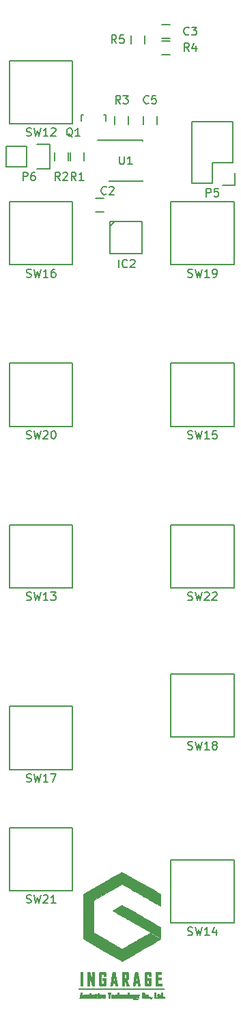
<source format=gto>
G04 #@! TF.FileFunction,Legend,Top*
%FSLAX46Y46*%
G04 Gerber Fmt 4.6, Leading zero omitted, Abs format (unit mm)*
G04 Created by KiCad (PCBNEW 4.0.4+e1-6308~48~ubuntu14.04.1-stable) date Thu Dec 22 12:45:23 2016*
%MOMM*%
%LPD*%
G01*
G04 APERTURE LIST*
%ADD10C,0.100000*%
%ADD11C,0.150000*%
%ADD12C,0.010000*%
G04 APERTURE END LIST*
D10*
D11*
X132850000Y-53500000D02*
X132850000Y-52500000D01*
X131150000Y-52500000D02*
X131150000Y-53500000D01*
X130850000Y-53500000D02*
X130850000Y-52500000D01*
X129150000Y-52500000D02*
X129150000Y-53500000D01*
X135299160Y-47849760D02*
X135250900Y-47849760D01*
X132500180Y-48550800D02*
X132500180Y-47849760D01*
X132500180Y-47849760D02*
X132749100Y-47849760D01*
X135299160Y-47849760D02*
X135499820Y-47849760D01*
X135499820Y-47849760D02*
X135499820Y-48550800D01*
X134250000Y-59850000D02*
X135250000Y-59850000D01*
X135250000Y-58150000D02*
X134250000Y-58150000D01*
X142500000Y-38350000D02*
X143500000Y-38350000D01*
X143500000Y-36650000D02*
X142500000Y-36650000D01*
X151270000Y-53730000D02*
X151270000Y-48650000D01*
X151550000Y-56550000D02*
X150000000Y-56550000D01*
X148730000Y-56270000D02*
X148730000Y-53730000D01*
X148730000Y-53730000D02*
X151270000Y-53730000D01*
X151270000Y-48650000D02*
X146190000Y-48650000D01*
X146190000Y-48650000D02*
X146190000Y-53730000D01*
X151550000Y-56550000D02*
X151550000Y-55000000D01*
X146190000Y-56270000D02*
X148730000Y-56270000D01*
X146190000Y-53730000D02*
X146190000Y-56270000D01*
X136650000Y-48000000D02*
X136650000Y-49000000D01*
X138350000Y-49000000D02*
X138350000Y-48000000D01*
X143500000Y-38650000D02*
X142500000Y-38650000D01*
X142500000Y-40350000D02*
X143500000Y-40350000D01*
X138650000Y-38000000D02*
X138650000Y-39000000D01*
X140350000Y-39000000D02*
X140350000Y-38000000D01*
X135925000Y-50925000D02*
X135925000Y-50975000D01*
X140075000Y-50925000D02*
X140075000Y-51070000D01*
X140075000Y-56075000D02*
X140075000Y-55930000D01*
X135925000Y-56075000D02*
X135925000Y-55930000D01*
X135925000Y-50925000D02*
X140075000Y-50925000D01*
X135925000Y-56075000D02*
X140075000Y-56075000D01*
X135925000Y-50975000D02*
X134525000Y-50975000D01*
X140150000Y-48000000D02*
X140150000Y-49000000D01*
X141850000Y-49000000D02*
X141850000Y-48000000D01*
X131400000Y-41100000D02*
X131400000Y-48900000D01*
X123600000Y-41100000D02*
X131400000Y-41100000D01*
X123600000Y-48900000D02*
X123600000Y-41100000D01*
X131400000Y-48900000D02*
X123600000Y-48900000D01*
X131400000Y-98600000D02*
X131400000Y-106400000D01*
X123600000Y-98600000D02*
X131400000Y-98600000D01*
X123600000Y-106400000D02*
X123600000Y-98600000D01*
X131400000Y-106400000D02*
X123600000Y-106400000D01*
X143600000Y-147900000D02*
X143600000Y-140100000D01*
X151400000Y-147900000D02*
X143600000Y-147900000D01*
X151400000Y-140100000D02*
X151400000Y-147900000D01*
X143600000Y-140100000D02*
X151400000Y-140100000D01*
X143600000Y-86400000D02*
X143600000Y-78600000D01*
X151400000Y-86400000D02*
X143600000Y-86400000D01*
X151400000Y-78600000D02*
X151400000Y-86400000D01*
X143600000Y-78600000D02*
X151400000Y-78600000D01*
X131400000Y-58600000D02*
X131400000Y-66400000D01*
X123600000Y-58600000D02*
X131400000Y-58600000D01*
X123600000Y-66400000D02*
X123600000Y-58600000D01*
X131400000Y-66400000D02*
X123600000Y-66400000D01*
X131400000Y-121100000D02*
X131400000Y-128900000D01*
X123600000Y-121100000D02*
X131400000Y-121100000D01*
X123600000Y-128900000D02*
X123600000Y-121100000D01*
X131400000Y-128900000D02*
X123600000Y-128900000D01*
X143600000Y-124900000D02*
X143600000Y-117100000D01*
X151400000Y-124900000D02*
X143600000Y-124900000D01*
X151400000Y-117100000D02*
X151400000Y-124900000D01*
X143600000Y-117100000D02*
X151400000Y-117100000D01*
X143600000Y-66400000D02*
X143600000Y-58600000D01*
X151400000Y-66400000D02*
X143600000Y-66400000D01*
X151400000Y-58600000D02*
X151400000Y-66400000D01*
X143600000Y-58600000D02*
X151400000Y-58600000D01*
X131400000Y-78600000D02*
X131400000Y-86400000D01*
X123600000Y-78600000D02*
X131400000Y-78600000D01*
X123600000Y-86400000D02*
X123600000Y-78600000D01*
X131400000Y-86400000D02*
X123600000Y-86400000D01*
X131400000Y-136100000D02*
X131400000Y-143900000D01*
X123600000Y-136100000D02*
X131400000Y-136100000D01*
X123600000Y-143900000D02*
X123600000Y-136100000D01*
X131400000Y-143900000D02*
X123600000Y-143900000D01*
X143600000Y-106400000D02*
X143600000Y-98600000D01*
X151400000Y-106400000D02*
X143600000Y-106400000D01*
X151400000Y-98600000D02*
X151400000Y-106400000D01*
X143600000Y-98600000D02*
X151400000Y-98600000D01*
X125730000Y-54270000D02*
X123190000Y-54270000D01*
X128550000Y-54550000D02*
X127000000Y-54550000D01*
X125730000Y-54270000D02*
X125730000Y-51730000D01*
X127000000Y-51450000D02*
X128550000Y-51450000D01*
X128550000Y-51450000D02*
X128550000Y-54550000D01*
X125730000Y-51730000D02*
X123190000Y-51730000D01*
X123190000Y-51730000D02*
X123190000Y-54270000D01*
D12*
G36*
X139230000Y-157073892D02*
X139230123Y-157163846D01*
X139229901Y-157235827D01*
X139228448Y-157291853D01*
X139224878Y-157333945D01*
X139218303Y-157364121D01*
X139207837Y-157384401D01*
X139192594Y-157396804D01*
X139171686Y-157403349D01*
X139144228Y-157406055D01*
X139109332Y-157406942D01*
X139083540Y-157407465D01*
X139023584Y-157407828D01*
X138980461Y-157405111D01*
X138951211Y-157399077D01*
X138943996Y-157396271D01*
X138920746Y-157381832D01*
X138906815Y-157366058D01*
X138906496Y-157365294D01*
X138902024Y-157343888D01*
X138899953Y-157313499D01*
X138900089Y-157280025D01*
X138901144Y-157265000D01*
X139060000Y-157265000D01*
X139065000Y-157270000D01*
X139070000Y-157265000D01*
X139065000Y-157260000D01*
X139060000Y-157265000D01*
X138901144Y-157265000D01*
X138902242Y-157249367D01*
X138906219Y-157227423D01*
X138911224Y-157220000D01*
X138915883Y-157214474D01*
X138909057Y-157203863D01*
X138902149Y-157185925D01*
X138896859Y-157150213D01*
X138893083Y-157095866D01*
X138891658Y-157059123D01*
X138890931Y-157020000D01*
X139050000Y-157020000D01*
X139051048Y-157063124D01*
X139053952Y-157093886D01*
X139058345Y-157109003D01*
X139060000Y-157110000D01*
X139064791Y-157100559D01*
X139068209Y-157074428D01*
X139069889Y-157034887D01*
X139070000Y-157020000D01*
X139068951Y-156976875D01*
X139066047Y-156946113D01*
X139061654Y-156930996D01*
X139060000Y-156930000D01*
X139055208Y-156939440D01*
X139051790Y-156965571D01*
X139050110Y-157005112D01*
X139050000Y-157020000D01*
X138890931Y-157020000D01*
X138890253Y-156983551D01*
X138891589Y-156925103D01*
X138896042Y-156881044D01*
X138903987Y-156848637D01*
X138915799Y-156825147D01*
X138925346Y-156813744D01*
X138935742Y-156804333D01*
X138947296Y-156797804D01*
X138963642Y-156793632D01*
X138988412Y-156791291D01*
X139025240Y-156790256D01*
X139077759Y-156790003D01*
X139089545Y-156790000D01*
X139230000Y-156790000D01*
X139230000Y-157073892D01*
X139230000Y-157073892D01*
G37*
X139230000Y-157073892D02*
X139230123Y-157163846D01*
X139229901Y-157235827D01*
X139228448Y-157291853D01*
X139224878Y-157333945D01*
X139218303Y-157364121D01*
X139207837Y-157384401D01*
X139192594Y-157396804D01*
X139171686Y-157403349D01*
X139144228Y-157406055D01*
X139109332Y-157406942D01*
X139083540Y-157407465D01*
X139023584Y-157407828D01*
X138980461Y-157405111D01*
X138951211Y-157399077D01*
X138943996Y-157396271D01*
X138920746Y-157381832D01*
X138906815Y-157366058D01*
X138906496Y-157365294D01*
X138902024Y-157343888D01*
X138899953Y-157313499D01*
X138900089Y-157280025D01*
X138901144Y-157265000D01*
X139060000Y-157265000D01*
X139065000Y-157270000D01*
X139070000Y-157265000D01*
X139065000Y-157260000D01*
X139060000Y-157265000D01*
X138901144Y-157265000D01*
X138902242Y-157249367D01*
X138906219Y-157227423D01*
X138911224Y-157220000D01*
X138915883Y-157214474D01*
X138909057Y-157203863D01*
X138902149Y-157185925D01*
X138896859Y-157150213D01*
X138893083Y-157095866D01*
X138891658Y-157059123D01*
X138890931Y-157020000D01*
X139050000Y-157020000D01*
X139051048Y-157063124D01*
X139053952Y-157093886D01*
X139058345Y-157109003D01*
X139060000Y-157110000D01*
X139064791Y-157100559D01*
X139068209Y-157074428D01*
X139069889Y-157034887D01*
X139070000Y-157020000D01*
X139068951Y-156976875D01*
X139066047Y-156946113D01*
X139061654Y-156930996D01*
X139060000Y-156930000D01*
X139055208Y-156939440D01*
X139051790Y-156965571D01*
X139050110Y-157005112D01*
X139050000Y-157020000D01*
X138890931Y-157020000D01*
X138890253Y-156983551D01*
X138891589Y-156925103D01*
X138896042Y-156881044D01*
X138903987Y-156848637D01*
X138915799Y-156825147D01*
X138925346Y-156813744D01*
X138935742Y-156804333D01*
X138947296Y-156797804D01*
X138963642Y-156793632D01*
X138988412Y-156791291D01*
X139025240Y-156790256D01*
X139077759Y-156790003D01*
X139089545Y-156790000D01*
X139230000Y-156790000D01*
X139230000Y-157073892D01*
G36*
X139455541Y-156835122D02*
X139462409Y-156868839D01*
X139469635Y-156882854D01*
X139476742Y-156877088D01*
X139483250Y-156851463D01*
X139484998Y-156840009D01*
X139491876Y-156790000D01*
X139576671Y-156790000D01*
X139619688Y-156790751D01*
X139645571Y-156793305D01*
X139657140Y-156798115D01*
X139658233Y-156803067D01*
X139655055Y-156815718D01*
X139647608Y-156845276D01*
X139636518Y-156889254D01*
X139622412Y-156945168D01*
X139605917Y-157010533D01*
X139587659Y-157082862D01*
X139580034Y-157113067D01*
X139505069Y-157410000D01*
X139422534Y-157410000D01*
X139384737Y-157409372D01*
X139356044Y-157407700D01*
X139341113Y-157405301D01*
X139340000Y-157404381D01*
X139342594Y-157392906D01*
X139349550Y-157366816D01*
X139359627Y-157330695D01*
X139365599Y-157309782D01*
X139391198Y-157220800D01*
X139340215Y-157022900D01*
X139324480Y-156961964D01*
X139310188Y-156906888D01*
X139298180Y-156860890D01*
X139289296Y-156827186D01*
X139284376Y-156808994D01*
X139283942Y-156807500D01*
X139283282Y-156798991D01*
X139289990Y-156793778D01*
X139307647Y-156791073D01*
X139339838Y-156790090D01*
X139363713Y-156790000D01*
X139448774Y-156790000D01*
X139455541Y-156835122D01*
X139455541Y-156835122D01*
G37*
X139455541Y-156835122D02*
X139462409Y-156868839D01*
X139469635Y-156882854D01*
X139476742Y-156877088D01*
X139483250Y-156851463D01*
X139484998Y-156840009D01*
X139491876Y-156790000D01*
X139576671Y-156790000D01*
X139619688Y-156790751D01*
X139645571Y-156793305D01*
X139657140Y-156798115D01*
X139658233Y-156803067D01*
X139655055Y-156815718D01*
X139647608Y-156845276D01*
X139636518Y-156889254D01*
X139622412Y-156945168D01*
X139605917Y-157010533D01*
X139587659Y-157082862D01*
X139580034Y-157113067D01*
X139505069Y-157410000D01*
X139422534Y-157410000D01*
X139384737Y-157409372D01*
X139356044Y-157407700D01*
X139341113Y-157405301D01*
X139340000Y-157404381D01*
X139342594Y-157392906D01*
X139349550Y-157366816D01*
X139359627Y-157330695D01*
X139365599Y-157309782D01*
X139391198Y-157220800D01*
X139340215Y-157022900D01*
X139324480Y-156961964D01*
X139310188Y-156906888D01*
X139298180Y-156860890D01*
X139289296Y-156827186D01*
X139284376Y-156808994D01*
X139283942Y-156807500D01*
X139283282Y-156798991D01*
X139289990Y-156793778D01*
X139307647Y-156791073D01*
X139339838Y-156790090D01*
X139363713Y-156790000D01*
X139448774Y-156790000D01*
X139455541Y-156835122D01*
G36*
X141235451Y-157127500D02*
X141229452Y-157149786D01*
X141219455Y-157184671D01*
X141207337Y-157225636D01*
X141203762Y-157237500D01*
X141178789Y-157320000D01*
X141060000Y-157320000D01*
X141060071Y-157277500D01*
X141061099Y-157244324D01*
X141063694Y-157201702D01*
X141066517Y-157167500D01*
X141072892Y-157100000D01*
X141242168Y-157100000D01*
X141235451Y-157127500D01*
X141235451Y-157127500D01*
G37*
X141235451Y-157127500D02*
X141229452Y-157149786D01*
X141219455Y-157184671D01*
X141207337Y-157225636D01*
X141203762Y-157237500D01*
X141178789Y-157320000D01*
X141060000Y-157320000D01*
X141060071Y-157277500D01*
X141061099Y-157244324D01*
X141063694Y-157201702D01*
X141066517Y-157167500D01*
X141072892Y-157100000D01*
X141242168Y-157100000D01*
X141235451Y-157127500D01*
G36*
X132524711Y-156569461D02*
X132542459Y-156571059D01*
X132545081Y-156572027D01*
X132547526Y-156582202D01*
X132553225Y-156609715D01*
X132561722Y-156652250D01*
X132572563Y-156707491D01*
X132585291Y-156773122D01*
X132599451Y-156846830D01*
X132609593Y-156900000D01*
X132624601Y-156978650D01*
X132638593Y-157051498D01*
X132651093Y-157116088D01*
X132661619Y-157169965D01*
X132669695Y-157210675D01*
X132674841Y-157235765D01*
X132676378Y-157242500D01*
X132676859Y-157251026D01*
X132669969Y-157256243D01*
X132652106Y-157258942D01*
X132619667Y-157259914D01*
X132596655Y-157260000D01*
X132511963Y-157260000D01*
X132505000Y-157200000D01*
X132500574Y-157166808D01*
X132495299Y-157148858D01*
X132486428Y-157141479D01*
X132471213Y-157140002D01*
X132469692Y-157140000D01*
X132452982Y-157141512D01*
X132442063Y-157148759D01*
X132434585Y-157165801D01*
X132428197Y-157196702D01*
X132424851Y-157217500D01*
X132418242Y-157260000D01*
X132339121Y-157260000D01*
X132295815Y-157258914D01*
X132270277Y-157255432D01*
X132260377Y-157249219D01*
X132260086Y-157247500D01*
X132261977Y-157233399D01*
X132267217Y-157202971D01*
X132275259Y-157158990D01*
X132285559Y-157104229D01*
X132297570Y-157041464D01*
X132309480Y-156980000D01*
X132460000Y-156980000D01*
X132463658Y-156988231D01*
X132466666Y-156986666D01*
X132467863Y-156974799D01*
X132466666Y-156973333D01*
X132460721Y-156974706D01*
X132460000Y-156980000D01*
X132309480Y-156980000D01*
X132310746Y-156973468D01*
X132324543Y-156903014D01*
X132338413Y-156832877D01*
X132351811Y-156765831D01*
X132364191Y-156704650D01*
X132375008Y-156652108D01*
X132383716Y-156610978D01*
X132389768Y-156584036D01*
X132392585Y-156574081D01*
X132404096Y-156571754D01*
X132429274Y-156570045D01*
X132461908Y-156569037D01*
X132495791Y-156568815D01*
X132524711Y-156569461D01*
X132524711Y-156569461D01*
G37*
X132524711Y-156569461D02*
X132542459Y-156571059D01*
X132545081Y-156572027D01*
X132547526Y-156582202D01*
X132553225Y-156609715D01*
X132561722Y-156652250D01*
X132572563Y-156707491D01*
X132585291Y-156773122D01*
X132599451Y-156846830D01*
X132609593Y-156900000D01*
X132624601Y-156978650D01*
X132638593Y-157051498D01*
X132651093Y-157116088D01*
X132661619Y-157169965D01*
X132669695Y-157210675D01*
X132674841Y-157235765D01*
X132676378Y-157242500D01*
X132676859Y-157251026D01*
X132669969Y-157256243D01*
X132652106Y-157258942D01*
X132619667Y-157259914D01*
X132596655Y-157260000D01*
X132511963Y-157260000D01*
X132505000Y-157200000D01*
X132500574Y-157166808D01*
X132495299Y-157148858D01*
X132486428Y-157141479D01*
X132471213Y-157140002D01*
X132469692Y-157140000D01*
X132452982Y-157141512D01*
X132442063Y-157148759D01*
X132434585Y-157165801D01*
X132428197Y-157196702D01*
X132424851Y-157217500D01*
X132418242Y-157260000D01*
X132339121Y-157260000D01*
X132295815Y-157258914D01*
X132270277Y-157255432D01*
X132260377Y-157249219D01*
X132260086Y-157247500D01*
X132261977Y-157233399D01*
X132267217Y-157202971D01*
X132275259Y-157158990D01*
X132285559Y-157104229D01*
X132297570Y-157041464D01*
X132309480Y-156980000D01*
X132460000Y-156980000D01*
X132463658Y-156988231D01*
X132466666Y-156986666D01*
X132467863Y-156974799D01*
X132466666Y-156973333D01*
X132460721Y-156974706D01*
X132460000Y-156980000D01*
X132309480Y-156980000D01*
X132310746Y-156973468D01*
X132324543Y-156903014D01*
X132338413Y-156832877D01*
X132351811Y-156765831D01*
X132364191Y-156704650D01*
X132375008Y-156652108D01*
X132383716Y-156610978D01*
X132389768Y-156584036D01*
X132392585Y-156574081D01*
X132404096Y-156571754D01*
X132429274Y-156570045D01*
X132461908Y-156569037D01*
X132495791Y-156568815D01*
X132524711Y-156569461D01*
G36*
X132950370Y-156790661D02*
X132992909Y-156794093D01*
X133021226Y-156802471D01*
X133038206Y-156817966D01*
X133046734Y-156842753D01*
X133049694Y-156879005D01*
X133050000Y-156910000D01*
X133049765Y-156949670D01*
X133048167Y-156973423D01*
X133043859Y-156985340D01*
X133035497Y-156989505D01*
X133023651Y-156990000D01*
X132997302Y-156990000D01*
X133023651Y-157010725D01*
X133036007Y-157021607D01*
X133043742Y-157033729D01*
X133047934Y-157051765D01*
X133049661Y-157080389D01*
X133049999Y-157124274D01*
X133050000Y-157125000D01*
X133049672Y-157169125D01*
X133047972Y-157197925D01*
X133043820Y-157216074D01*
X133036141Y-157228246D01*
X133023855Y-157239113D01*
X133023651Y-157239274D01*
X133009394Y-157248622D01*
X132992183Y-157254689D01*
X132967579Y-157258154D01*
X132931148Y-157259695D01*
X132888196Y-157260000D01*
X132839694Y-157259709D01*
X132806836Y-157258305D01*
X132785269Y-157254987D01*
X132770641Y-157248957D01*
X132758598Y-157239415D01*
X132754545Y-157235454D01*
X132742110Y-157220950D01*
X132734739Y-157204556D01*
X132731145Y-157180766D01*
X132730039Y-157144072D01*
X132730000Y-157130454D01*
X132730089Y-157115000D01*
X132890000Y-157115000D01*
X132895000Y-157120000D01*
X132900000Y-157115000D01*
X132895000Y-157110000D01*
X132890000Y-157115000D01*
X132730089Y-157115000D01*
X132730230Y-157090647D01*
X132731810Y-157066768D01*
X132736074Y-157054748D01*
X132744355Y-157050515D01*
X132756363Y-157050000D01*
X132782727Y-157050000D01*
X132756363Y-157023636D01*
X132742832Y-157008211D01*
X132734915Y-156991736D01*
X132731140Y-156968413D01*
X132730033Y-156932447D01*
X132730014Y-156925000D01*
X132890000Y-156925000D01*
X132895000Y-156930000D01*
X132900000Y-156925000D01*
X132895000Y-156920000D01*
X132890000Y-156925000D01*
X132730014Y-156925000D01*
X132730000Y-156919984D01*
X132731058Y-156876995D01*
X132735002Y-156848154D01*
X132742987Y-156827686D01*
X132750725Y-156816348D01*
X132760258Y-156805201D01*
X132770653Y-156797746D01*
X132785855Y-156793240D01*
X132809807Y-156790942D01*
X132846450Y-156790109D01*
X132890725Y-156790000D01*
X132950370Y-156790661D01*
X132950370Y-156790661D01*
G37*
X132950370Y-156790661D02*
X132992909Y-156794093D01*
X133021226Y-156802471D01*
X133038206Y-156817966D01*
X133046734Y-156842753D01*
X133049694Y-156879005D01*
X133050000Y-156910000D01*
X133049765Y-156949670D01*
X133048167Y-156973423D01*
X133043859Y-156985340D01*
X133035497Y-156989505D01*
X133023651Y-156990000D01*
X132997302Y-156990000D01*
X133023651Y-157010725D01*
X133036007Y-157021607D01*
X133043742Y-157033729D01*
X133047934Y-157051765D01*
X133049661Y-157080389D01*
X133049999Y-157124274D01*
X133050000Y-157125000D01*
X133049672Y-157169125D01*
X133047972Y-157197925D01*
X133043820Y-157216074D01*
X133036141Y-157228246D01*
X133023855Y-157239113D01*
X133023651Y-157239274D01*
X133009394Y-157248622D01*
X132992183Y-157254689D01*
X132967579Y-157258154D01*
X132931148Y-157259695D01*
X132888196Y-157260000D01*
X132839694Y-157259709D01*
X132806836Y-157258305D01*
X132785269Y-157254987D01*
X132770641Y-157248957D01*
X132758598Y-157239415D01*
X132754545Y-157235454D01*
X132742110Y-157220950D01*
X132734739Y-157204556D01*
X132731145Y-157180766D01*
X132730039Y-157144072D01*
X132730000Y-157130454D01*
X132730089Y-157115000D01*
X132890000Y-157115000D01*
X132895000Y-157120000D01*
X132900000Y-157115000D01*
X132895000Y-157110000D01*
X132890000Y-157115000D01*
X132730089Y-157115000D01*
X132730230Y-157090647D01*
X132731810Y-157066768D01*
X132736074Y-157054748D01*
X132744355Y-157050515D01*
X132756363Y-157050000D01*
X132782727Y-157050000D01*
X132756363Y-157023636D01*
X132742832Y-157008211D01*
X132734915Y-156991736D01*
X132731140Y-156968413D01*
X132730033Y-156932447D01*
X132730014Y-156925000D01*
X132890000Y-156925000D01*
X132895000Y-156930000D01*
X132900000Y-156925000D01*
X132895000Y-156920000D01*
X132890000Y-156925000D01*
X132730014Y-156925000D01*
X132730000Y-156919984D01*
X132731058Y-156876995D01*
X132735002Y-156848154D01*
X132742987Y-156827686D01*
X132750725Y-156816348D01*
X132760258Y-156805201D01*
X132770653Y-156797746D01*
X132785855Y-156793240D01*
X132809807Y-156790942D01*
X132846450Y-156790109D01*
X132890725Y-156790000D01*
X132950370Y-156790661D01*
G36*
X133352271Y-156790697D02*
X133394314Y-156794272D01*
X133422178Y-156802946D01*
X133438770Y-156818943D01*
X133446994Y-156844486D01*
X133449756Y-156881796D01*
X133450000Y-156910000D01*
X133449722Y-156949681D01*
X133448054Y-156973442D01*
X133443744Y-156985362D01*
X133435541Y-156989520D01*
X133425454Y-156990000D01*
X133400909Y-156990000D01*
X133425454Y-157014545D01*
X133437283Y-157028116D01*
X133444566Y-157043267D01*
X133448385Y-157065043D01*
X133449826Y-157098491D01*
X133450000Y-157128819D01*
X133449634Y-157171938D01*
X133447770Y-157199877D01*
X133443259Y-157217456D01*
X133434951Y-157229491D01*
X133423651Y-157239274D01*
X133409394Y-157248622D01*
X133392183Y-157254689D01*
X133367579Y-157258154D01*
X133331148Y-157259695D01*
X133288196Y-157260000D01*
X133239694Y-157259709D01*
X133206836Y-157258305D01*
X133185269Y-157254987D01*
X133170641Y-157248957D01*
X133158598Y-157239415D01*
X133154545Y-157235454D01*
X133142110Y-157220950D01*
X133134739Y-157204556D01*
X133131145Y-157180766D01*
X133130039Y-157144072D01*
X133130000Y-157130454D01*
X133130117Y-157113333D01*
X133283333Y-157113333D01*
X133284706Y-157119278D01*
X133290000Y-157120000D01*
X133298231Y-157116341D01*
X133296666Y-157113333D01*
X133284799Y-157112136D01*
X133283333Y-157113333D01*
X133130117Y-157113333D01*
X133130274Y-157090636D01*
X133131924Y-157066750D01*
X133136190Y-157054728D01*
X133144314Y-157050501D01*
X133154545Y-157050000D01*
X133179090Y-157050000D01*
X133154545Y-157025454D01*
X133142336Y-157011302D01*
X133134995Y-156995384D01*
X133131312Y-156972365D01*
X133130078Y-156936915D01*
X133130025Y-156923333D01*
X133283333Y-156923333D01*
X133284706Y-156929278D01*
X133290000Y-156930000D01*
X133298231Y-156926341D01*
X133296666Y-156923333D01*
X133284799Y-156922136D01*
X133283333Y-156923333D01*
X133130025Y-156923333D01*
X133130000Y-156917197D01*
X133130589Y-156874914D01*
X133133112Y-156847449D01*
X133138704Y-156829638D01*
X133148496Y-156816317D01*
X133153144Y-156811743D01*
X133164859Y-156802343D01*
X133178912Y-156796109D01*
X133199412Y-156792403D01*
X133230471Y-156790587D01*
X133276198Y-156790021D01*
X133293144Y-156790000D01*
X133352271Y-156790697D01*
X133352271Y-156790697D01*
G37*
X133352271Y-156790697D02*
X133394314Y-156794272D01*
X133422178Y-156802946D01*
X133438770Y-156818943D01*
X133446994Y-156844486D01*
X133449756Y-156881796D01*
X133450000Y-156910000D01*
X133449722Y-156949681D01*
X133448054Y-156973442D01*
X133443744Y-156985362D01*
X133435541Y-156989520D01*
X133425454Y-156990000D01*
X133400909Y-156990000D01*
X133425454Y-157014545D01*
X133437283Y-157028116D01*
X133444566Y-157043267D01*
X133448385Y-157065043D01*
X133449826Y-157098491D01*
X133450000Y-157128819D01*
X133449634Y-157171938D01*
X133447770Y-157199877D01*
X133443259Y-157217456D01*
X133434951Y-157229491D01*
X133423651Y-157239274D01*
X133409394Y-157248622D01*
X133392183Y-157254689D01*
X133367579Y-157258154D01*
X133331148Y-157259695D01*
X133288196Y-157260000D01*
X133239694Y-157259709D01*
X133206836Y-157258305D01*
X133185269Y-157254987D01*
X133170641Y-157248957D01*
X133158598Y-157239415D01*
X133154545Y-157235454D01*
X133142110Y-157220950D01*
X133134739Y-157204556D01*
X133131145Y-157180766D01*
X133130039Y-157144072D01*
X133130000Y-157130454D01*
X133130117Y-157113333D01*
X133283333Y-157113333D01*
X133284706Y-157119278D01*
X133290000Y-157120000D01*
X133298231Y-157116341D01*
X133296666Y-157113333D01*
X133284799Y-157112136D01*
X133283333Y-157113333D01*
X133130117Y-157113333D01*
X133130274Y-157090636D01*
X133131924Y-157066750D01*
X133136190Y-157054728D01*
X133144314Y-157050501D01*
X133154545Y-157050000D01*
X133179090Y-157050000D01*
X133154545Y-157025454D01*
X133142336Y-157011302D01*
X133134995Y-156995384D01*
X133131312Y-156972365D01*
X133130078Y-156936915D01*
X133130025Y-156923333D01*
X133283333Y-156923333D01*
X133284706Y-156929278D01*
X133290000Y-156930000D01*
X133298231Y-156926341D01*
X133296666Y-156923333D01*
X133284799Y-156922136D01*
X133283333Y-156923333D01*
X133130025Y-156923333D01*
X133130000Y-156917197D01*
X133130589Y-156874914D01*
X133133112Y-156847449D01*
X133138704Y-156829638D01*
X133148496Y-156816317D01*
X133153144Y-156811743D01*
X133164859Y-156802343D01*
X133178912Y-156796109D01*
X133199412Y-156792403D01*
X133230471Y-156790587D01*
X133276198Y-156790021D01*
X133293144Y-156790000D01*
X133352271Y-156790697D01*
G36*
X133690000Y-157260000D02*
X133530000Y-157260000D01*
X133530000Y-156640000D01*
X133690000Y-156640000D01*
X133690000Y-157260000D01*
X133690000Y-157260000D01*
G37*
X133690000Y-157260000D02*
X133530000Y-157260000D01*
X133530000Y-156640000D01*
X133690000Y-156640000D01*
X133690000Y-157260000D01*
G36*
X133990370Y-156790661D02*
X134032909Y-156794093D01*
X134061226Y-156802471D01*
X134078206Y-156817966D01*
X134086734Y-156842753D01*
X134089694Y-156879005D01*
X134090000Y-156910000D01*
X134089722Y-156949681D01*
X134088054Y-156973442D01*
X134083744Y-156985362D01*
X134075541Y-156989520D01*
X134065454Y-156990000D01*
X134040909Y-156990000D01*
X134065454Y-157014545D01*
X134077283Y-157028116D01*
X134084566Y-157043267D01*
X134088385Y-157065043D01*
X134089826Y-157098491D01*
X134090000Y-157128819D01*
X134089634Y-157171938D01*
X134087770Y-157199877D01*
X134083259Y-157217456D01*
X134074951Y-157229491D01*
X134063651Y-157239274D01*
X134049394Y-157248622D01*
X134032183Y-157254689D01*
X134007579Y-157258154D01*
X133971148Y-157259695D01*
X133928196Y-157260000D01*
X133879694Y-157259709D01*
X133846836Y-157258305D01*
X133825269Y-157254987D01*
X133810641Y-157248957D01*
X133798598Y-157239415D01*
X133794545Y-157235454D01*
X133782110Y-157220950D01*
X133774739Y-157204556D01*
X133771145Y-157180766D01*
X133770039Y-157144072D01*
X133770000Y-157130454D01*
X133770089Y-157115000D01*
X133930000Y-157115000D01*
X133935000Y-157120000D01*
X133940000Y-157115000D01*
X133935000Y-157110000D01*
X133930000Y-157115000D01*
X133770089Y-157115000D01*
X133770230Y-157090647D01*
X133771810Y-157066768D01*
X133776074Y-157054748D01*
X133784355Y-157050515D01*
X133796363Y-157050000D01*
X133822727Y-157050000D01*
X133796363Y-157023636D01*
X133782832Y-157008211D01*
X133774915Y-156991736D01*
X133771140Y-156968413D01*
X133770033Y-156932447D01*
X133770014Y-156925000D01*
X133930000Y-156925000D01*
X133935000Y-156930000D01*
X133940000Y-156925000D01*
X133935000Y-156920000D01*
X133930000Y-156925000D01*
X133770014Y-156925000D01*
X133770000Y-156919984D01*
X133771058Y-156876995D01*
X133775002Y-156848154D01*
X133782987Y-156827686D01*
X133790725Y-156816348D01*
X133800258Y-156805201D01*
X133810653Y-156797746D01*
X133825855Y-156793240D01*
X133849807Y-156790942D01*
X133886450Y-156790109D01*
X133930725Y-156790000D01*
X133990370Y-156790661D01*
X133990370Y-156790661D01*
G37*
X133990370Y-156790661D02*
X134032909Y-156794093D01*
X134061226Y-156802471D01*
X134078206Y-156817966D01*
X134086734Y-156842753D01*
X134089694Y-156879005D01*
X134090000Y-156910000D01*
X134089722Y-156949681D01*
X134088054Y-156973442D01*
X134083744Y-156985362D01*
X134075541Y-156989520D01*
X134065454Y-156990000D01*
X134040909Y-156990000D01*
X134065454Y-157014545D01*
X134077283Y-157028116D01*
X134084566Y-157043267D01*
X134088385Y-157065043D01*
X134089826Y-157098491D01*
X134090000Y-157128819D01*
X134089634Y-157171938D01*
X134087770Y-157199877D01*
X134083259Y-157217456D01*
X134074951Y-157229491D01*
X134063651Y-157239274D01*
X134049394Y-157248622D01*
X134032183Y-157254689D01*
X134007579Y-157258154D01*
X133971148Y-157259695D01*
X133928196Y-157260000D01*
X133879694Y-157259709D01*
X133846836Y-157258305D01*
X133825269Y-157254987D01*
X133810641Y-157248957D01*
X133798598Y-157239415D01*
X133794545Y-157235454D01*
X133782110Y-157220950D01*
X133774739Y-157204556D01*
X133771145Y-157180766D01*
X133770039Y-157144072D01*
X133770000Y-157130454D01*
X133770089Y-157115000D01*
X133930000Y-157115000D01*
X133935000Y-157120000D01*
X133940000Y-157115000D01*
X133935000Y-157110000D01*
X133930000Y-157115000D01*
X133770089Y-157115000D01*
X133770230Y-157090647D01*
X133771810Y-157066768D01*
X133776074Y-157054748D01*
X133784355Y-157050515D01*
X133796363Y-157050000D01*
X133822727Y-157050000D01*
X133796363Y-157023636D01*
X133782832Y-157008211D01*
X133774915Y-156991736D01*
X133771140Y-156968413D01*
X133770033Y-156932447D01*
X133770014Y-156925000D01*
X133930000Y-156925000D01*
X133935000Y-156930000D01*
X133940000Y-156925000D01*
X133935000Y-156920000D01*
X133930000Y-156925000D01*
X133770014Y-156925000D01*
X133770000Y-156919984D01*
X133771058Y-156876995D01*
X133775002Y-156848154D01*
X133782987Y-156827686D01*
X133790725Y-156816348D01*
X133800258Y-156805201D01*
X133810653Y-156797746D01*
X133825855Y-156793240D01*
X133849807Y-156790942D01*
X133886450Y-156790109D01*
X133930725Y-156790000D01*
X133990370Y-156790661D01*
G36*
X134350000Y-156735000D02*
X134350503Y-156766442D01*
X134353805Y-156782808D01*
X134362589Y-156789019D01*
X134379541Y-156789999D01*
X134380000Y-156790000D01*
X134410000Y-156790000D01*
X134410000Y-156930000D01*
X134350000Y-156930000D01*
X134350000Y-157110000D01*
X134410000Y-157110000D01*
X134410000Y-157260000D01*
X134332500Y-157259366D01*
X134292017Y-157257907D01*
X134256909Y-157254644D01*
X134234046Y-157250245D01*
X134232354Y-157249634D01*
X134216414Y-157239761D01*
X134204868Y-157223007D01*
X134197090Y-157196553D01*
X134192453Y-157157585D01*
X134190329Y-157103285D01*
X134190000Y-157059349D01*
X134189828Y-157006431D01*
X134188985Y-156970318D01*
X134186977Y-156947814D01*
X134183308Y-156935724D01*
X134177486Y-156930852D01*
X134170000Y-156930000D01*
X134159489Y-156928111D01*
X134153468Y-156919594D01*
X134150714Y-156900173D01*
X134150005Y-156865571D01*
X134150000Y-156860000D01*
X134150539Y-156823212D01*
X134152972Y-156802138D01*
X134158521Y-156792499D01*
X134168408Y-156790019D01*
X134170000Y-156790000D01*
X134181557Y-156787612D01*
X134187579Y-156777291D01*
X134189786Y-156754295D01*
X134190000Y-156735000D01*
X134190000Y-156680000D01*
X134350000Y-156680000D01*
X134350000Y-156735000D01*
X134350000Y-156735000D01*
G37*
X134350000Y-156735000D02*
X134350503Y-156766442D01*
X134353805Y-156782808D01*
X134362589Y-156789019D01*
X134379541Y-156789999D01*
X134380000Y-156790000D01*
X134410000Y-156790000D01*
X134410000Y-156930000D01*
X134350000Y-156930000D01*
X134350000Y-157110000D01*
X134410000Y-157110000D01*
X134410000Y-157260000D01*
X134332500Y-157259366D01*
X134292017Y-157257907D01*
X134256909Y-157254644D01*
X134234046Y-157250245D01*
X134232354Y-157249634D01*
X134216414Y-157239761D01*
X134204868Y-157223007D01*
X134197090Y-157196553D01*
X134192453Y-157157585D01*
X134190329Y-157103285D01*
X134190000Y-157059349D01*
X134189828Y-157006431D01*
X134188985Y-156970318D01*
X134186977Y-156947814D01*
X134183308Y-156935724D01*
X134177486Y-156930852D01*
X134170000Y-156930000D01*
X134159489Y-156928111D01*
X134153468Y-156919594D01*
X134150714Y-156900173D01*
X134150005Y-156865571D01*
X134150000Y-156860000D01*
X134150539Y-156823212D01*
X134152972Y-156802138D01*
X134158521Y-156792499D01*
X134168408Y-156790019D01*
X134170000Y-156790000D01*
X134181557Y-156787612D01*
X134187579Y-156777291D01*
X134189786Y-156754295D01*
X134190000Y-156735000D01*
X134190000Y-156680000D01*
X134350000Y-156680000D01*
X134350000Y-156735000D01*
G36*
X134640000Y-157260000D02*
X134480000Y-157260000D01*
X134480000Y-156640000D01*
X134640000Y-156640000D01*
X134640000Y-157260000D01*
X134640000Y-157260000D01*
G37*
X134640000Y-157260000D02*
X134480000Y-157260000D01*
X134480000Y-156640000D01*
X134640000Y-156640000D01*
X134640000Y-157260000D01*
G36*
X134865001Y-156840009D02*
X134871239Y-156871551D01*
X134878218Y-156883210D01*
X134885459Y-156875064D01*
X134892483Y-156847194D01*
X134894458Y-156835122D01*
X134901225Y-156790000D01*
X134986286Y-156790000D01*
X135027539Y-156790397D01*
X135052393Y-156792112D01*
X135064440Y-156795931D01*
X135067273Y-156802639D01*
X135066307Y-156807500D01*
X135062382Y-156822180D01*
X135054340Y-156853043D01*
X135043008Y-156896888D01*
X135029211Y-156950519D01*
X135013776Y-157010737D01*
X135010127Y-157025000D01*
X134994429Y-157086269D01*
X134980170Y-157141677D01*
X134968180Y-157188026D01*
X134959286Y-157222117D01*
X134954316Y-157240752D01*
X134953820Y-157242500D01*
X134947686Y-157251957D01*
X134933347Y-157257330D01*
X134906405Y-157259646D01*
X134879012Y-157260000D01*
X134835127Y-157258181D01*
X134810599Y-157252689D01*
X134805006Y-157247500D01*
X134801386Y-157234410D01*
X134793763Y-157204964D01*
X134782913Y-157162226D01*
X134769611Y-157109259D01*
X134754635Y-157049127D01*
X134749895Y-157030000D01*
X134734485Y-156967915D01*
X134720452Y-156911699D01*
X134708591Y-156864512D01*
X134699698Y-156829514D01*
X134694568Y-156809865D01*
X134693901Y-156807500D01*
X134693264Y-156798978D01*
X134700010Y-156793762D01*
X134717726Y-156791062D01*
X134750004Y-156790087D01*
X134773387Y-156790000D01*
X134858123Y-156790000D01*
X134865001Y-156840009D01*
X134865001Y-156840009D01*
G37*
X134865001Y-156840009D02*
X134871239Y-156871551D01*
X134878218Y-156883210D01*
X134885459Y-156875064D01*
X134892483Y-156847194D01*
X134894458Y-156835122D01*
X134901225Y-156790000D01*
X134986286Y-156790000D01*
X135027539Y-156790397D01*
X135052393Y-156792112D01*
X135064440Y-156795931D01*
X135067273Y-156802639D01*
X135066307Y-156807500D01*
X135062382Y-156822180D01*
X135054340Y-156853043D01*
X135043008Y-156896888D01*
X135029211Y-156950519D01*
X135013776Y-157010737D01*
X135010127Y-157025000D01*
X134994429Y-157086269D01*
X134980170Y-157141677D01*
X134968180Y-157188026D01*
X134959286Y-157222117D01*
X134954316Y-157240752D01*
X134953820Y-157242500D01*
X134947686Y-157251957D01*
X134933347Y-157257330D01*
X134906405Y-157259646D01*
X134879012Y-157260000D01*
X134835127Y-157258181D01*
X134810599Y-157252689D01*
X134805006Y-157247500D01*
X134801386Y-157234410D01*
X134793763Y-157204964D01*
X134782913Y-157162226D01*
X134769611Y-157109259D01*
X134754635Y-157049127D01*
X134749895Y-157030000D01*
X134734485Y-156967915D01*
X134720452Y-156911699D01*
X134708591Y-156864512D01*
X134699698Y-156829514D01*
X134694568Y-156809865D01*
X134693901Y-156807500D01*
X134693264Y-156798978D01*
X134700010Y-156793762D01*
X134717726Y-156791062D01*
X134750004Y-156790087D01*
X134773387Y-156790000D01*
X134858123Y-156790000D01*
X134865001Y-156840009D01*
G36*
X135284274Y-156790000D02*
X135336061Y-156790150D01*
X135371685Y-156791065D01*
X135394980Y-156793443D01*
X135409782Y-156797979D01*
X135419927Y-156805372D01*
X135429250Y-156816318D01*
X135429274Y-156816348D01*
X135439192Y-156831754D01*
X135445393Y-156850569D01*
X135448693Y-156877651D01*
X135449912Y-156917855D01*
X135450000Y-156939348D01*
X135448666Y-156992093D01*
X135444799Y-157028686D01*
X135438595Y-157047332D01*
X135438000Y-157048000D01*
X135431289Y-157057864D01*
X135439058Y-157060000D01*
X135445690Y-157065006D01*
X135449021Y-157082062D01*
X135449414Y-157114224D01*
X135448498Y-157139703D01*
X135445795Y-157183247D01*
X135440253Y-157214154D01*
X135428820Y-157234709D01*
X135408447Y-157247194D01*
X135376082Y-157253895D01*
X135328675Y-157257093D01*
X135290044Y-157258328D01*
X135239374Y-157259565D01*
X135204612Y-157259511D01*
X135181680Y-157257547D01*
X135166498Y-157253049D01*
X135154986Y-157245397D01*
X135145374Y-157236283D01*
X135120000Y-157210909D01*
X135120000Y-157100000D01*
X135270000Y-157100000D01*
X135274187Y-157116249D01*
X135280000Y-157120000D01*
X135288124Y-157111624D01*
X135290000Y-157100000D01*
X135285812Y-157083750D01*
X135280000Y-157080000D01*
X135271875Y-157088375D01*
X135270000Y-157100000D01*
X135120000Y-157100000D01*
X135120000Y-157020454D01*
X135119929Y-156946812D01*
X135120124Y-156935000D01*
X135270000Y-156935000D01*
X135275399Y-156948307D01*
X135280000Y-156950000D01*
X135288871Y-156941900D01*
X135290000Y-156935000D01*
X135284600Y-156921692D01*
X135280000Y-156920000D01*
X135271128Y-156928099D01*
X135270000Y-156935000D01*
X135120124Y-156935000D01*
X135120855Y-156890764D01*
X135124484Y-156849915D01*
X135132522Y-156821873D01*
X135146676Y-156804243D01*
X135168652Y-156794631D01*
X135200156Y-156790643D01*
X135242895Y-156789887D01*
X135284274Y-156790000D01*
X135284274Y-156790000D01*
G37*
X135284274Y-156790000D02*
X135336061Y-156790150D01*
X135371685Y-156791065D01*
X135394980Y-156793443D01*
X135409782Y-156797979D01*
X135419927Y-156805372D01*
X135429250Y-156816318D01*
X135429274Y-156816348D01*
X135439192Y-156831754D01*
X135445393Y-156850569D01*
X135448693Y-156877651D01*
X135449912Y-156917855D01*
X135450000Y-156939348D01*
X135448666Y-156992093D01*
X135444799Y-157028686D01*
X135438595Y-157047332D01*
X135438000Y-157048000D01*
X135431289Y-157057864D01*
X135439058Y-157060000D01*
X135445690Y-157065006D01*
X135449021Y-157082062D01*
X135449414Y-157114224D01*
X135448498Y-157139703D01*
X135445795Y-157183247D01*
X135440253Y-157214154D01*
X135428820Y-157234709D01*
X135408447Y-157247194D01*
X135376082Y-157253895D01*
X135328675Y-157257093D01*
X135290044Y-157258328D01*
X135239374Y-157259565D01*
X135204612Y-157259511D01*
X135181680Y-157257547D01*
X135166498Y-157253049D01*
X135154986Y-157245397D01*
X135145374Y-157236283D01*
X135120000Y-157210909D01*
X135120000Y-157100000D01*
X135270000Y-157100000D01*
X135274187Y-157116249D01*
X135280000Y-157120000D01*
X135288124Y-157111624D01*
X135290000Y-157100000D01*
X135285812Y-157083750D01*
X135280000Y-157080000D01*
X135271875Y-157088375D01*
X135270000Y-157100000D01*
X135120000Y-157100000D01*
X135120000Y-157020454D01*
X135119929Y-156946812D01*
X135120124Y-156935000D01*
X135270000Y-156935000D01*
X135275399Y-156948307D01*
X135280000Y-156950000D01*
X135288871Y-156941900D01*
X135290000Y-156935000D01*
X135284600Y-156921692D01*
X135280000Y-156920000D01*
X135271128Y-156928099D01*
X135270000Y-156935000D01*
X135120124Y-156935000D01*
X135120855Y-156890764D01*
X135124484Y-156849915D01*
X135132522Y-156821873D01*
X135146676Y-156804243D01*
X135168652Y-156794631D01*
X135200156Y-156790643D01*
X135242895Y-156789887D01*
X135284274Y-156790000D01*
G36*
X136120000Y-156720000D02*
X136020000Y-156720000D01*
X136020000Y-157260000D01*
X135860000Y-157260000D01*
X135860000Y-156720000D01*
X135760000Y-156720000D01*
X135760000Y-156570000D01*
X136120000Y-156570000D01*
X136120000Y-156720000D01*
X136120000Y-156720000D01*
G37*
X136120000Y-156720000D02*
X136020000Y-156720000D01*
X136020000Y-157260000D01*
X135860000Y-157260000D01*
X135860000Y-156720000D01*
X135760000Y-156720000D01*
X135760000Y-156570000D01*
X136120000Y-156570000D01*
X136120000Y-156720000D01*
G36*
X136338892Y-156790000D02*
X136399722Y-156790559D01*
X136443482Y-156793844D01*
X136473097Y-156802260D01*
X136491495Y-156818213D01*
X136501602Y-156844111D01*
X136506344Y-156882361D01*
X136508447Y-156929435D01*
X136509142Y-156985573D01*
X136506683Y-157023196D01*
X136500975Y-157043556D01*
X136499723Y-157045333D01*
X136492570Y-157057139D01*
X136499834Y-157060000D01*
X136506155Y-157066158D01*
X136509172Y-157086295D01*
X136509154Y-157122905D01*
X136508498Y-157139703D01*
X136505759Y-157183489D01*
X136500125Y-157214489D01*
X136488524Y-157235029D01*
X136467883Y-157247437D01*
X136435132Y-157254041D01*
X136387199Y-157257168D01*
X136352015Y-157258283D01*
X136301069Y-157259410D01*
X136265863Y-157259061D01*
X136242158Y-157256703D01*
X136225717Y-157251803D01*
X136212301Y-157243825D01*
X136207345Y-157240058D01*
X136180000Y-157218548D01*
X136180000Y-157100000D01*
X136330000Y-157100000D01*
X136334187Y-157116249D01*
X136340000Y-157120000D01*
X136348124Y-157111624D01*
X136350000Y-157100000D01*
X136345812Y-157083750D01*
X136340000Y-157080000D01*
X136331875Y-157088375D01*
X136330000Y-157100000D01*
X136180000Y-157100000D01*
X136180000Y-157024274D01*
X136179941Y-156949952D01*
X136180177Y-156935000D01*
X136330000Y-156935000D01*
X136335399Y-156948307D01*
X136340000Y-156950000D01*
X136348871Y-156941900D01*
X136350000Y-156935000D01*
X136344600Y-156921692D01*
X136340000Y-156920000D01*
X136331128Y-156928099D01*
X136330000Y-156935000D01*
X136180177Y-156935000D01*
X136180838Y-156893245D01*
X136184303Y-156851777D01*
X136191946Y-156823173D01*
X136205378Y-156805058D01*
X136226210Y-156795056D01*
X136256052Y-156790793D01*
X136296516Y-156789893D01*
X136338892Y-156790000D01*
X136338892Y-156790000D01*
G37*
X136338892Y-156790000D02*
X136399722Y-156790559D01*
X136443482Y-156793844D01*
X136473097Y-156802260D01*
X136491495Y-156818213D01*
X136501602Y-156844111D01*
X136506344Y-156882361D01*
X136508447Y-156929435D01*
X136509142Y-156985573D01*
X136506683Y-157023196D01*
X136500975Y-157043556D01*
X136499723Y-157045333D01*
X136492570Y-157057139D01*
X136499834Y-157060000D01*
X136506155Y-157066158D01*
X136509172Y-157086295D01*
X136509154Y-157122905D01*
X136508498Y-157139703D01*
X136505759Y-157183489D01*
X136500125Y-157214489D01*
X136488524Y-157235029D01*
X136467883Y-157247437D01*
X136435132Y-157254041D01*
X136387199Y-157257168D01*
X136352015Y-157258283D01*
X136301069Y-157259410D01*
X136265863Y-157259061D01*
X136242158Y-157256703D01*
X136225717Y-157251803D01*
X136212301Y-157243825D01*
X136207345Y-157240058D01*
X136180000Y-157218548D01*
X136180000Y-157100000D01*
X136330000Y-157100000D01*
X136334187Y-157116249D01*
X136340000Y-157120000D01*
X136348124Y-157111624D01*
X136350000Y-157100000D01*
X136345812Y-157083750D01*
X136340000Y-157080000D01*
X136331875Y-157088375D01*
X136330000Y-157100000D01*
X136180000Y-157100000D01*
X136180000Y-157024274D01*
X136179941Y-156949952D01*
X136180177Y-156935000D01*
X136330000Y-156935000D01*
X136335399Y-156948307D01*
X136340000Y-156950000D01*
X136348871Y-156941900D01*
X136350000Y-156935000D01*
X136344600Y-156921692D01*
X136340000Y-156920000D01*
X136331128Y-156928099D01*
X136330000Y-156935000D01*
X136180177Y-156935000D01*
X136180838Y-156893245D01*
X136184303Y-156851777D01*
X136191946Y-156823173D01*
X136205378Y-156805058D01*
X136226210Y-156795056D01*
X136256052Y-156790793D01*
X136296516Y-156789893D01*
X136338892Y-156790000D01*
G36*
X136748892Y-156790000D02*
X136809307Y-156790624D01*
X136852707Y-156793946D01*
X136882068Y-156802140D01*
X136900368Y-156817381D01*
X136910583Y-156841843D01*
X136915691Y-156877700D01*
X136917966Y-156913479D01*
X136922508Y-157000000D01*
X136760000Y-157000000D01*
X136760000Y-156965000D01*
X136757488Y-156941866D01*
X136751312Y-156930302D01*
X136750000Y-156930000D01*
X136745208Y-156939440D01*
X136741790Y-156965571D01*
X136740110Y-157005112D01*
X136740000Y-157020000D01*
X136741048Y-157063124D01*
X136743952Y-157093886D01*
X136748345Y-157109003D01*
X136750000Y-157110000D01*
X136756609Y-157101209D01*
X136759913Y-157079593D01*
X136760000Y-157075000D01*
X136760000Y-157040000D01*
X136920000Y-157040000D01*
X136920000Y-157108507D01*
X136916945Y-157167786D01*
X136907326Y-157210030D01*
X136890459Y-157237323D01*
X136874031Y-157248621D01*
X136853624Y-157253450D01*
X136818844Y-157257261D01*
X136775314Y-157259556D01*
X136745878Y-157260000D01*
X136697413Y-157259486D01*
X136664310Y-157257453D01*
X136641945Y-157253161D01*
X136625693Y-157245869D01*
X136616348Y-157239274D01*
X136590000Y-157218548D01*
X136590000Y-157024274D01*
X136589941Y-156949952D01*
X136590838Y-156893245D01*
X136594303Y-156851777D01*
X136601946Y-156823173D01*
X136615378Y-156805058D01*
X136636210Y-156795056D01*
X136666052Y-156790793D01*
X136706516Y-156789893D01*
X136748892Y-156790000D01*
X136748892Y-156790000D01*
G37*
X136748892Y-156790000D02*
X136809307Y-156790624D01*
X136852707Y-156793946D01*
X136882068Y-156802140D01*
X136900368Y-156817381D01*
X136910583Y-156841843D01*
X136915691Y-156877700D01*
X136917966Y-156913479D01*
X136922508Y-157000000D01*
X136760000Y-157000000D01*
X136760000Y-156965000D01*
X136757488Y-156941866D01*
X136751312Y-156930302D01*
X136750000Y-156930000D01*
X136745208Y-156939440D01*
X136741790Y-156965571D01*
X136740110Y-157005112D01*
X136740000Y-157020000D01*
X136741048Y-157063124D01*
X136743952Y-157093886D01*
X136748345Y-157109003D01*
X136750000Y-157110000D01*
X136756609Y-157101209D01*
X136759913Y-157079593D01*
X136760000Y-157075000D01*
X136760000Y-157040000D01*
X136920000Y-157040000D01*
X136920000Y-157108507D01*
X136916945Y-157167786D01*
X136907326Y-157210030D01*
X136890459Y-157237323D01*
X136874031Y-157248621D01*
X136853624Y-157253450D01*
X136818844Y-157257261D01*
X136775314Y-157259556D01*
X136745878Y-157260000D01*
X136697413Y-157259486D01*
X136664310Y-157257453D01*
X136641945Y-157253161D01*
X136625693Y-157245869D01*
X136616348Y-157239274D01*
X136590000Y-157218548D01*
X136590000Y-157024274D01*
X136589941Y-156949952D01*
X136590838Y-156893245D01*
X136594303Y-156851777D01*
X136601946Y-156823173D01*
X136615378Y-156805058D01*
X136636210Y-156795056D01*
X136666052Y-156790793D01*
X136706516Y-156789893D01*
X136748892Y-156790000D01*
G36*
X137149954Y-156795000D02*
X137219187Y-156791710D01*
X137257731Y-156790775D01*
X137282274Y-156793245D01*
X137298687Y-156800261D01*
X137309210Y-156809210D01*
X137316075Y-156817042D01*
X137321238Y-156826772D01*
X137324939Y-156841141D01*
X137327422Y-156862889D01*
X137328927Y-156894757D01*
X137329696Y-156939487D01*
X137329971Y-156999820D01*
X137330000Y-157045000D01*
X137330000Y-157260000D01*
X137170000Y-157260000D01*
X137170000Y-157095000D01*
X137169409Y-157029958D01*
X137167699Y-156979925D01*
X137164960Y-156946407D01*
X137161284Y-156930910D01*
X137160000Y-156930000D01*
X137156058Y-156939740D01*
X137153025Y-156967958D01*
X137150994Y-157013146D01*
X137150055Y-157073800D01*
X137150000Y-157095000D01*
X137150000Y-157260000D01*
X136990000Y-157260000D01*
X136990000Y-156570000D01*
X137150000Y-156570000D01*
X137149954Y-156795000D01*
X137149954Y-156795000D01*
G37*
X137149954Y-156795000D02*
X137219187Y-156791710D01*
X137257731Y-156790775D01*
X137282274Y-156793245D01*
X137298687Y-156800261D01*
X137309210Y-156809210D01*
X137316075Y-156817042D01*
X137321238Y-156826772D01*
X137324939Y-156841141D01*
X137327422Y-156862889D01*
X137328927Y-156894757D01*
X137329696Y-156939487D01*
X137329971Y-156999820D01*
X137330000Y-157045000D01*
X137330000Y-157260000D01*
X137170000Y-157260000D01*
X137170000Y-157095000D01*
X137169409Y-157029958D01*
X137167699Y-156979925D01*
X137164960Y-156946407D01*
X137161284Y-156930910D01*
X137160000Y-156930000D01*
X137156058Y-156939740D01*
X137153025Y-156967958D01*
X137150994Y-157013146D01*
X137150055Y-157073800D01*
X137150000Y-157095000D01*
X137150000Y-157260000D01*
X136990000Y-157260000D01*
X136990000Y-156570000D01*
X137150000Y-156570000D01*
X137149954Y-156795000D01*
G36*
X137559578Y-156790604D02*
X137617255Y-156790477D01*
X137661970Y-156791448D01*
X137695366Y-156795766D01*
X137719086Y-156805683D01*
X137734773Y-156823446D01*
X137744069Y-156851307D01*
X137748618Y-156891514D01*
X137750064Y-156946317D01*
X137750047Y-157017966D01*
X137750000Y-157051348D01*
X137750000Y-157260000D01*
X137590000Y-157260000D01*
X137590000Y-157095000D01*
X137589409Y-157029958D01*
X137587699Y-156979925D01*
X137584960Y-156946407D01*
X137581284Y-156930910D01*
X137580000Y-156930000D01*
X137576058Y-156939740D01*
X137573025Y-156967958D01*
X137570994Y-157013146D01*
X137570055Y-157073800D01*
X137570000Y-157095000D01*
X137570000Y-157260000D01*
X137410000Y-157260000D01*
X137410000Y-156790434D01*
X137559578Y-156790604D01*
X137559578Y-156790604D01*
G37*
X137559578Y-156790604D02*
X137617255Y-156790477D01*
X137661970Y-156791448D01*
X137695366Y-156795766D01*
X137719086Y-156805683D01*
X137734773Y-156823446D01*
X137744069Y-156851307D01*
X137748618Y-156891514D01*
X137750064Y-156946317D01*
X137750047Y-157017966D01*
X137750000Y-157051348D01*
X137750000Y-157260000D01*
X137590000Y-157260000D01*
X137590000Y-157095000D01*
X137589409Y-157029958D01*
X137587699Y-156979925D01*
X137584960Y-156946407D01*
X137581284Y-156930910D01*
X137580000Y-156930000D01*
X137576058Y-156939740D01*
X137573025Y-156967958D01*
X137570994Y-157013146D01*
X137570055Y-157073800D01*
X137570000Y-157095000D01*
X137570000Y-157260000D01*
X137410000Y-157260000D01*
X137410000Y-156790434D01*
X137559578Y-156790604D01*
G36*
X137994610Y-156790000D02*
X138047259Y-156789947D01*
X138087378Y-156791378D01*
X138116664Y-156796681D01*
X138136817Y-156808242D01*
X138149534Y-156828445D01*
X138156515Y-156859679D01*
X138159457Y-156904328D01*
X138160061Y-156964779D01*
X138160000Y-157022340D01*
X138159930Y-157088103D01*
X138159490Y-157136876D01*
X138158332Y-157171670D01*
X138156111Y-157195494D01*
X138152479Y-157211359D01*
X138147089Y-157222276D01*
X138139596Y-157231254D01*
X138135454Y-157235454D01*
X138123612Y-157246090D01*
X138110661Y-157253112D01*
X138092386Y-157257266D01*
X138064572Y-157259298D01*
X138023007Y-157259954D01*
X137996803Y-157260000D01*
X137945905Y-157259593D01*
X137910705Y-157257951D01*
X137886908Y-157254439D01*
X137870221Y-157248425D01*
X137856349Y-157239274D01*
X137856348Y-157239274D01*
X137830000Y-157218548D01*
X137830000Y-157024274D01*
X137829996Y-157020000D01*
X137980000Y-157020000D01*
X137981048Y-157063124D01*
X137983952Y-157093886D01*
X137988345Y-157109003D01*
X137990000Y-157110000D01*
X137994791Y-157100559D01*
X137998209Y-157074428D01*
X137999889Y-157034887D01*
X138000000Y-157020000D01*
X137998951Y-156976875D01*
X137996047Y-156946113D01*
X137991654Y-156930996D01*
X137990000Y-156930000D01*
X137985208Y-156939440D01*
X137981790Y-156965571D01*
X137980110Y-157005112D01*
X137980000Y-157020000D01*
X137829996Y-157020000D01*
X137829917Y-156949942D01*
X137830783Y-156893223D01*
X137834263Y-156851744D01*
X137842027Y-156823131D01*
X137855741Y-156805012D01*
X137877075Y-156795011D01*
X137907694Y-156790755D01*
X137949268Y-156789872D01*
X137994610Y-156790000D01*
X137994610Y-156790000D01*
G37*
X137994610Y-156790000D02*
X138047259Y-156789947D01*
X138087378Y-156791378D01*
X138116664Y-156796681D01*
X138136817Y-156808242D01*
X138149534Y-156828445D01*
X138156515Y-156859679D01*
X138159457Y-156904328D01*
X138160061Y-156964779D01*
X138160000Y-157022340D01*
X138159930Y-157088103D01*
X138159490Y-157136876D01*
X138158332Y-157171670D01*
X138156111Y-157195494D01*
X138152479Y-157211359D01*
X138147089Y-157222276D01*
X138139596Y-157231254D01*
X138135454Y-157235454D01*
X138123612Y-157246090D01*
X138110661Y-157253112D01*
X138092386Y-157257266D01*
X138064572Y-157259298D01*
X138023007Y-157259954D01*
X137996803Y-157260000D01*
X137945905Y-157259593D01*
X137910705Y-157257951D01*
X137886908Y-157254439D01*
X137870221Y-157248425D01*
X137856349Y-157239274D01*
X137856348Y-157239274D01*
X137830000Y-157218548D01*
X137830000Y-157024274D01*
X137829996Y-157020000D01*
X137980000Y-157020000D01*
X137981048Y-157063124D01*
X137983952Y-157093886D01*
X137988345Y-157109003D01*
X137990000Y-157110000D01*
X137994791Y-157100559D01*
X137998209Y-157074428D01*
X137999889Y-157034887D01*
X138000000Y-157020000D01*
X137998951Y-156976875D01*
X137996047Y-156946113D01*
X137991654Y-156930996D01*
X137990000Y-156930000D01*
X137985208Y-156939440D01*
X137981790Y-156965571D01*
X137980110Y-157005112D01*
X137980000Y-157020000D01*
X137829996Y-157020000D01*
X137829917Y-156949942D01*
X137830783Y-156893223D01*
X137834263Y-156851744D01*
X137842027Y-156823131D01*
X137855741Y-156805012D01*
X137877075Y-156795011D01*
X137907694Y-156790755D01*
X137949268Y-156789872D01*
X137994610Y-156790000D01*
G36*
X138400000Y-157260000D02*
X138240000Y-157260000D01*
X138240000Y-156570000D01*
X138400000Y-156570000D01*
X138400000Y-157260000D01*
X138400000Y-157260000D01*
G37*
X138400000Y-157260000D02*
X138240000Y-157260000D01*
X138240000Y-156570000D01*
X138400000Y-156570000D01*
X138400000Y-157260000D01*
G36*
X138644617Y-156790000D02*
X138701416Y-156790053D01*
X138743924Y-156791899D01*
X138774270Y-156798070D01*
X138794580Y-156811095D01*
X138806981Y-156833504D01*
X138813600Y-156867829D01*
X138816563Y-156916599D01*
X138817998Y-156982346D01*
X138818266Y-156996594D01*
X138819034Y-157074416D01*
X138817672Y-157134640D01*
X138813775Y-157179592D01*
X138806934Y-157211602D01*
X138796742Y-157232995D01*
X138782791Y-157246100D01*
X138773812Y-157250451D01*
X138751184Y-157254867D01*
X138714503Y-157257720D01*
X138669512Y-157259030D01*
X138621958Y-157258814D01*
X138577583Y-157257091D01*
X138542133Y-157253880D01*
X138522354Y-157249634D01*
X138508124Y-157241321D01*
X138497398Y-157227634D01*
X138489711Y-157206004D01*
X138484596Y-157173861D01*
X138481590Y-157128635D01*
X138480226Y-157067758D01*
X138480019Y-157020000D01*
X138640000Y-157020000D01*
X138641048Y-157063124D01*
X138643952Y-157093886D01*
X138648345Y-157109003D01*
X138650000Y-157110000D01*
X138654791Y-157100559D01*
X138658209Y-157074428D01*
X138659889Y-157034887D01*
X138660000Y-157020000D01*
X138658951Y-156976875D01*
X138656047Y-156946113D01*
X138651654Y-156930996D01*
X138650000Y-156930000D01*
X138645208Y-156939440D01*
X138641790Y-156965571D01*
X138640110Y-157005112D01*
X138640000Y-157020000D01*
X138480019Y-157020000D01*
X138480000Y-157015697D01*
X138480092Y-156942980D01*
X138481549Y-156887831D01*
X138486141Y-156847825D01*
X138495638Y-156820534D01*
X138511811Y-156803530D01*
X138536429Y-156794388D01*
X138571262Y-156790681D01*
X138618081Y-156789980D01*
X138644617Y-156790000D01*
X138644617Y-156790000D01*
G37*
X138644617Y-156790000D02*
X138701416Y-156790053D01*
X138743924Y-156791899D01*
X138774270Y-156798070D01*
X138794580Y-156811095D01*
X138806981Y-156833504D01*
X138813600Y-156867829D01*
X138816563Y-156916599D01*
X138817998Y-156982346D01*
X138818266Y-156996594D01*
X138819034Y-157074416D01*
X138817672Y-157134640D01*
X138813775Y-157179592D01*
X138806934Y-157211602D01*
X138796742Y-157232995D01*
X138782791Y-157246100D01*
X138773812Y-157250451D01*
X138751184Y-157254867D01*
X138714503Y-157257720D01*
X138669512Y-157259030D01*
X138621958Y-157258814D01*
X138577583Y-157257091D01*
X138542133Y-157253880D01*
X138522354Y-157249634D01*
X138508124Y-157241321D01*
X138497398Y-157227634D01*
X138489711Y-157206004D01*
X138484596Y-157173861D01*
X138481590Y-157128635D01*
X138480226Y-157067758D01*
X138480019Y-157020000D01*
X138640000Y-157020000D01*
X138641048Y-157063124D01*
X138643952Y-157093886D01*
X138648345Y-157109003D01*
X138650000Y-157110000D01*
X138654791Y-157100559D01*
X138658209Y-157074428D01*
X138659889Y-157034887D01*
X138660000Y-157020000D01*
X138658951Y-156976875D01*
X138656047Y-156946113D01*
X138651654Y-156930996D01*
X138650000Y-156930000D01*
X138645208Y-156939440D01*
X138641790Y-156965571D01*
X138640110Y-157005112D01*
X138640000Y-157020000D01*
X138480019Y-157020000D01*
X138480000Y-157015697D01*
X138480092Y-156942980D01*
X138481549Y-156887831D01*
X138486141Y-156847825D01*
X138495638Y-156820534D01*
X138511811Y-156803530D01*
X138536429Y-156794388D01*
X138571262Y-156790681D01*
X138618081Y-156789980D01*
X138644617Y-156790000D01*
G36*
X140210653Y-156570096D02*
X140250512Y-156570757D01*
X140277327Y-156572536D01*
X140294577Y-156575990D01*
X140305740Y-156581674D01*
X140314296Y-156590144D01*
X140319274Y-156596348D01*
X140328641Y-156610641D01*
X140334713Y-156627904D01*
X140338173Y-156652585D01*
X140339704Y-156689136D01*
X140340000Y-156731348D01*
X140340000Y-156840000D01*
X140180000Y-156840000D01*
X140180000Y-156775000D01*
X140179561Y-156740058D01*
X140177087Y-156720596D01*
X140170841Y-156712096D01*
X140159083Y-156710037D01*
X140155000Y-156710000D01*
X140130000Y-156710000D01*
X140130000Y-157110000D01*
X140155000Y-157110000D01*
X140168438Y-157108860D01*
X140175924Y-157102428D01*
X140179193Y-157086186D01*
X140179985Y-157055616D01*
X140180000Y-157045000D01*
X140180000Y-156980000D01*
X140340000Y-156980000D01*
X140340000Y-157093892D01*
X140339670Y-157151237D01*
X140336854Y-157193015D01*
X140328807Y-157221775D01*
X140312789Y-157240064D01*
X140286054Y-157250432D01*
X140245862Y-157255428D01*
X140189469Y-157257600D01*
X140163165Y-157258216D01*
X140107385Y-157259300D01*
X140067830Y-157259254D01*
X140040739Y-157257664D01*
X140022352Y-157254118D01*
X140008906Y-157248202D01*
X139997259Y-157239990D01*
X139970000Y-157218548D01*
X139970000Y-156914274D01*
X139970054Y-156828108D01*
X139970310Y-156759708D01*
X139970905Y-156706840D01*
X139971976Y-156667270D01*
X139973662Y-156638764D01*
X139976100Y-156619088D01*
X139979428Y-156606008D01*
X139983784Y-156597290D01*
X139989305Y-156590700D01*
X139990000Y-156590000D01*
X139999563Y-156582097D01*
X140012094Y-156576587D01*
X140031072Y-156573047D01*
X140059978Y-156571051D01*
X140102291Y-156570177D01*
X140154274Y-156570000D01*
X140210653Y-156570096D01*
X140210653Y-156570096D01*
G37*
X140210653Y-156570096D02*
X140250512Y-156570757D01*
X140277327Y-156572536D01*
X140294577Y-156575990D01*
X140305740Y-156581674D01*
X140314296Y-156590144D01*
X140319274Y-156596348D01*
X140328641Y-156610641D01*
X140334713Y-156627904D01*
X140338173Y-156652585D01*
X140339704Y-156689136D01*
X140340000Y-156731348D01*
X140340000Y-156840000D01*
X140180000Y-156840000D01*
X140180000Y-156775000D01*
X140179561Y-156740058D01*
X140177087Y-156720596D01*
X140170841Y-156712096D01*
X140159083Y-156710037D01*
X140155000Y-156710000D01*
X140130000Y-156710000D01*
X140130000Y-157110000D01*
X140155000Y-157110000D01*
X140168438Y-157108860D01*
X140175924Y-157102428D01*
X140179193Y-157086186D01*
X140179985Y-157055616D01*
X140180000Y-157045000D01*
X140180000Y-156980000D01*
X140340000Y-156980000D01*
X140340000Y-157093892D01*
X140339670Y-157151237D01*
X140336854Y-157193015D01*
X140328807Y-157221775D01*
X140312789Y-157240064D01*
X140286054Y-157250432D01*
X140245862Y-157255428D01*
X140189469Y-157257600D01*
X140163165Y-157258216D01*
X140107385Y-157259300D01*
X140067830Y-157259254D01*
X140040739Y-157257664D01*
X140022352Y-157254118D01*
X140008906Y-157248202D01*
X139997259Y-157239990D01*
X139970000Y-157218548D01*
X139970000Y-156914274D01*
X139970054Y-156828108D01*
X139970310Y-156759708D01*
X139970905Y-156706840D01*
X139971976Y-156667270D01*
X139973662Y-156638764D01*
X139976100Y-156619088D01*
X139979428Y-156606008D01*
X139983784Y-156597290D01*
X139989305Y-156590700D01*
X139990000Y-156590000D01*
X139999563Y-156582097D01*
X140012094Y-156576587D01*
X140031072Y-156573047D01*
X140059978Y-156571051D01*
X140102291Y-156570177D01*
X140154274Y-156570000D01*
X140210653Y-156570096D01*
G36*
X140682094Y-156791092D02*
X140711294Y-156796008D01*
X140731472Y-156806991D01*
X140744284Y-156826408D01*
X140751387Y-156856626D01*
X140754437Y-156900010D01*
X140755091Y-156958927D01*
X140755000Y-157025692D01*
X140755092Y-157098998D01*
X140754299Y-157154747D01*
X140751019Y-157195370D01*
X140743645Y-157223297D01*
X140730575Y-157240959D01*
X140710205Y-157250786D01*
X140680931Y-157255209D01*
X140641149Y-157256658D01*
X140602170Y-157257281D01*
X140553632Y-157257398D01*
X140510678Y-157255987D01*
X140478287Y-157253305D01*
X140462354Y-157250049D01*
X140447652Y-157241235D01*
X140436654Y-157227121D01*
X140428934Y-157205162D01*
X140424064Y-157172812D01*
X140421617Y-157127524D01*
X140421166Y-157066751D01*
X140421752Y-157020000D01*
X140580000Y-157020000D01*
X140581048Y-157063124D01*
X140583952Y-157093886D01*
X140588345Y-157109003D01*
X140590000Y-157110000D01*
X140594791Y-157100559D01*
X140598209Y-157074428D01*
X140599889Y-157034887D01*
X140600000Y-157020000D01*
X140598951Y-156976875D01*
X140596047Y-156946113D01*
X140591654Y-156930996D01*
X140590000Y-156930000D01*
X140585208Y-156939440D01*
X140581790Y-156965571D01*
X140580110Y-157005112D01*
X140580000Y-157020000D01*
X140421752Y-157020000D01*
X140421893Y-157008776D01*
X140423115Y-156937301D01*
X140425189Y-156883343D01*
X140430002Y-156844447D01*
X140439442Y-156818157D01*
X140455396Y-156802016D01*
X140479749Y-156793570D01*
X140514391Y-156790362D01*
X140561206Y-156789936D01*
X140590000Y-156790000D01*
X140642215Y-156789878D01*
X140682094Y-156791092D01*
X140682094Y-156791092D01*
G37*
X140682094Y-156791092D02*
X140711294Y-156796008D01*
X140731472Y-156806991D01*
X140744284Y-156826408D01*
X140751387Y-156856626D01*
X140754437Y-156900010D01*
X140755091Y-156958927D01*
X140755000Y-157025692D01*
X140755092Y-157098998D01*
X140754299Y-157154747D01*
X140751019Y-157195370D01*
X140743645Y-157223297D01*
X140730575Y-157240959D01*
X140710205Y-157250786D01*
X140680931Y-157255209D01*
X140641149Y-157256658D01*
X140602170Y-157257281D01*
X140553632Y-157257398D01*
X140510678Y-157255987D01*
X140478287Y-157253305D01*
X140462354Y-157250049D01*
X140447652Y-157241235D01*
X140436654Y-157227121D01*
X140428934Y-157205162D01*
X140424064Y-157172812D01*
X140421617Y-157127524D01*
X140421166Y-157066751D01*
X140421752Y-157020000D01*
X140580000Y-157020000D01*
X140581048Y-157063124D01*
X140583952Y-157093886D01*
X140588345Y-157109003D01*
X140590000Y-157110000D01*
X140594791Y-157100559D01*
X140598209Y-157074428D01*
X140599889Y-157034887D01*
X140600000Y-157020000D01*
X140598951Y-156976875D01*
X140596047Y-156946113D01*
X140591654Y-156930996D01*
X140590000Y-156930000D01*
X140585208Y-156939440D01*
X140581790Y-156965571D01*
X140580110Y-157005112D01*
X140580000Y-157020000D01*
X140421752Y-157020000D01*
X140421893Y-157008776D01*
X140423115Y-156937301D01*
X140425189Y-156883343D01*
X140430002Y-156844447D01*
X140439442Y-156818157D01*
X140455396Y-156802016D01*
X140479749Y-156793570D01*
X140514391Y-156790362D01*
X140561206Y-156789936D01*
X140590000Y-156790000D01*
X140642215Y-156789878D01*
X140682094Y-156791092D01*
G36*
X140990000Y-157260000D02*
X140830000Y-157260000D01*
X140830000Y-157090000D01*
X140990000Y-157090000D01*
X140990000Y-157260000D01*
X140990000Y-157260000D01*
G37*
X140990000Y-157260000D02*
X140830000Y-157260000D01*
X140830000Y-157090000D01*
X140990000Y-157090000D01*
X140990000Y-157260000D01*
G36*
X141720000Y-157110000D02*
X141870000Y-157110000D01*
X141870000Y-157260000D01*
X141560000Y-157260000D01*
X141560000Y-156570000D01*
X141720000Y-156570000D01*
X141720000Y-157110000D01*
X141720000Y-157110000D01*
G37*
X141720000Y-157110000D02*
X141870000Y-157110000D01*
X141870000Y-157260000D01*
X141560000Y-157260000D01*
X141560000Y-156570000D01*
X141720000Y-156570000D01*
X141720000Y-157110000D01*
G36*
X142110000Y-156735000D02*
X142110503Y-156766442D01*
X142113805Y-156782808D01*
X142122589Y-156789019D01*
X142139541Y-156789999D01*
X142140000Y-156790000D01*
X142170000Y-156790000D01*
X142170000Y-156930000D01*
X142110000Y-156930000D01*
X142110000Y-157110000D01*
X142180000Y-157110000D01*
X142180000Y-157260000D01*
X142097500Y-157259695D01*
X142056408Y-157258216D01*
X142021179Y-157254564D01*
X141998101Y-157249453D01*
X141995000Y-157248050D01*
X141975795Y-157234396D01*
X141967653Y-157225854D01*
X141965003Y-157212389D01*
X141962755Y-157182840D01*
X141961102Y-157141124D01*
X141960235Y-157091154D01*
X141960153Y-157072500D01*
X141960000Y-156930000D01*
X141935000Y-156930000D01*
X141921938Y-156928970D01*
X141914463Y-156922977D01*
X141911018Y-156907661D01*
X141910045Y-156878665D01*
X141910000Y-156860000D01*
X141910367Y-156823428D01*
X141912508Y-156802498D01*
X141917978Y-156792850D01*
X141928333Y-156790127D01*
X141935000Y-156790000D01*
X141949318Y-156788572D01*
X141956773Y-156781026D01*
X141959590Y-156762468D01*
X141960000Y-156735000D01*
X141960000Y-156680000D01*
X142110000Y-156680000D01*
X142110000Y-156735000D01*
X142110000Y-156735000D01*
G37*
X142110000Y-156735000D02*
X142110503Y-156766442D01*
X142113805Y-156782808D01*
X142122589Y-156789019D01*
X142139541Y-156789999D01*
X142140000Y-156790000D01*
X142170000Y-156790000D01*
X142170000Y-156930000D01*
X142110000Y-156930000D01*
X142110000Y-157110000D01*
X142180000Y-157110000D01*
X142180000Y-157260000D01*
X142097500Y-157259695D01*
X142056408Y-157258216D01*
X142021179Y-157254564D01*
X141998101Y-157249453D01*
X141995000Y-157248050D01*
X141975795Y-157234396D01*
X141967653Y-157225854D01*
X141965003Y-157212389D01*
X141962755Y-157182840D01*
X141961102Y-157141124D01*
X141960235Y-157091154D01*
X141960153Y-157072500D01*
X141960000Y-156930000D01*
X141935000Y-156930000D01*
X141921938Y-156928970D01*
X141914463Y-156922977D01*
X141911018Y-156907661D01*
X141910045Y-156878665D01*
X141910000Y-156860000D01*
X141910367Y-156823428D01*
X141912508Y-156802498D01*
X141917978Y-156792850D01*
X141928333Y-156790127D01*
X141935000Y-156790000D01*
X141949318Y-156788572D01*
X141956773Y-156781026D01*
X141959590Y-156762468D01*
X141960000Y-156735000D01*
X141960000Y-156680000D01*
X142110000Y-156680000D01*
X142110000Y-156735000D01*
G36*
X142580000Y-157259616D02*
X142439663Y-157259038D01*
X142383615Y-157258611D01*
X142343841Y-157257514D01*
X142316611Y-157255214D01*
X142298201Y-157251179D01*
X142284883Y-157244877D01*
X142272930Y-157235776D01*
X142272163Y-157235119D01*
X142245000Y-157211777D01*
X142241810Y-157044624D01*
X142241596Y-157025590D01*
X142400000Y-157025590D01*
X142400970Y-157073049D01*
X142403793Y-157103315D01*
X142408335Y-157115192D01*
X142410000Y-157115000D01*
X142414447Y-157102861D01*
X142417878Y-157075627D01*
X142419779Y-157038192D01*
X142420000Y-157019409D01*
X142418944Y-156976487D01*
X142416025Y-156945895D01*
X142411612Y-156930942D01*
X142410000Y-156930000D01*
X142405291Y-156939479D01*
X142401907Y-156965885D01*
X142400165Y-157006171D01*
X142400000Y-157025590D01*
X142241596Y-157025590D01*
X142240997Y-156972483D01*
X142242056Y-156917506D01*
X142245558Y-156876898D01*
X142252074Y-156847865D01*
X142262175Y-156827613D01*
X142276434Y-156813349D01*
X142290911Y-156804528D01*
X142317949Y-156795808D01*
X142353677Y-156790624D01*
X142369503Y-156790000D01*
X142420000Y-156790000D01*
X142420000Y-156570000D01*
X142580000Y-156570000D01*
X142580000Y-157259616D01*
X142580000Y-157259616D01*
G37*
X142580000Y-157259616D02*
X142439663Y-157259038D01*
X142383615Y-157258611D01*
X142343841Y-157257514D01*
X142316611Y-157255214D01*
X142298201Y-157251179D01*
X142284883Y-157244877D01*
X142272930Y-157235776D01*
X142272163Y-157235119D01*
X142245000Y-157211777D01*
X142241810Y-157044624D01*
X142241596Y-157025590D01*
X142400000Y-157025590D01*
X142400970Y-157073049D01*
X142403793Y-157103315D01*
X142408335Y-157115192D01*
X142410000Y-157115000D01*
X142414447Y-157102861D01*
X142417878Y-157075627D01*
X142419779Y-157038192D01*
X142420000Y-157019409D01*
X142418944Y-156976487D01*
X142416025Y-156945895D01*
X142411612Y-156930942D01*
X142410000Y-156930000D01*
X142405291Y-156939479D01*
X142401907Y-156965885D01*
X142400165Y-157006171D01*
X142400000Y-157025590D01*
X142241596Y-157025590D01*
X142240997Y-156972483D01*
X142242056Y-156917506D01*
X142245558Y-156876898D01*
X142252074Y-156847865D01*
X142262175Y-156827613D01*
X142276434Y-156813349D01*
X142290911Y-156804528D01*
X142317949Y-156795808D01*
X142353677Y-156790624D01*
X142369503Y-156790000D01*
X142420000Y-156790000D01*
X142420000Y-156570000D01*
X142580000Y-156570000D01*
X142580000Y-157259616D01*
G36*
X142810000Y-157260000D02*
X142650000Y-157260000D01*
X142650000Y-157090000D01*
X142810000Y-157090000D01*
X142810000Y-157260000D01*
X142810000Y-157260000D01*
G37*
X142810000Y-157260000D02*
X142650000Y-157260000D01*
X142650000Y-157090000D01*
X142810000Y-157090000D01*
X142810000Y-157260000D01*
G36*
X142730000Y-156140000D02*
X132150000Y-156140000D01*
X132150000Y-156010000D01*
X142730000Y-156010000D01*
X142730000Y-156140000D01*
X142730000Y-156140000D01*
G37*
X142730000Y-156140000D02*
X132150000Y-156140000D01*
X132150000Y-156010000D01*
X142730000Y-156010000D01*
X142730000Y-156140000D01*
G36*
X132640000Y-155660000D02*
X132390000Y-155660000D01*
X132390000Y-154030000D01*
X132640000Y-154030000D01*
X132640000Y-155660000D01*
X132640000Y-155660000D01*
G37*
X132640000Y-155660000D02*
X132390000Y-155660000D01*
X132390000Y-154030000D01*
X132640000Y-154030000D01*
X132640000Y-155660000D01*
G36*
X133537344Y-154157500D02*
X133553078Y-154197941D01*
X133574747Y-154253736D01*
X133601071Y-154321586D01*
X133630770Y-154398190D01*
X133662567Y-154480250D01*
X133695180Y-154564466D01*
X133716016Y-154618295D01*
X133845000Y-154951591D01*
X133847599Y-154490795D01*
X133850199Y-154030000D01*
X134100000Y-154030000D01*
X134100000Y-155660000D01*
X133872594Y-155660000D01*
X133787804Y-155437500D01*
X133758488Y-155360545D01*
X133724528Y-155271355D01*
X133688382Y-155176387D01*
X133652509Y-155082104D01*
X133619367Y-154994964D01*
X133609006Y-154967713D01*
X133515000Y-154720426D01*
X133509804Y-155660000D01*
X133260000Y-155660000D01*
X133260000Y-154030000D01*
X133487655Y-154030000D01*
X133537344Y-154157500D01*
X133537344Y-154157500D01*
G37*
X133537344Y-154157500D02*
X133553078Y-154197941D01*
X133574747Y-154253736D01*
X133601071Y-154321586D01*
X133630770Y-154398190D01*
X133662567Y-154480250D01*
X133695180Y-154564466D01*
X133716016Y-154618295D01*
X133845000Y-154951591D01*
X133847599Y-154490795D01*
X133850199Y-154030000D01*
X134100000Y-154030000D01*
X134100000Y-155660000D01*
X133872594Y-155660000D01*
X133787804Y-155437500D01*
X133758488Y-155360545D01*
X133724528Y-155271355D01*
X133688382Y-155176387D01*
X133652509Y-155082104D01*
X133619367Y-154994964D01*
X133609006Y-154967713D01*
X133515000Y-154720426D01*
X133509804Y-155660000D01*
X133260000Y-155660000D01*
X133260000Y-154030000D01*
X133487655Y-154030000D01*
X133537344Y-154157500D01*
G36*
X135219889Y-154029041D02*
X135289355Y-154030667D01*
X135351237Y-154033117D01*
X135402474Y-154036390D01*
X135440002Y-154040486D01*
X135460758Y-154045405D01*
X135461284Y-154045664D01*
X135479583Y-154057107D01*
X135493695Y-154071864D01*
X135504145Y-154092483D01*
X135511461Y-154121515D01*
X135516171Y-154161509D01*
X135518801Y-154215014D01*
X135519878Y-154284581D01*
X135520000Y-154329678D01*
X135520000Y-154530000D01*
X135260000Y-154530000D01*
X135260000Y-154240000D01*
X134960000Y-154240000D01*
X134960000Y-155450000D01*
X135260000Y-155450000D01*
X135260000Y-154990000D01*
X135080000Y-154990000D01*
X135080000Y-154780000D01*
X135520000Y-154780000D01*
X135520000Y-155170321D01*
X135519915Y-155276199D01*
X135519508Y-155363934D01*
X135518550Y-155435379D01*
X135516809Y-155492392D01*
X135514057Y-155536827D01*
X135510064Y-155570540D01*
X135504599Y-155595387D01*
X135497433Y-155613222D01*
X135488335Y-155625902D01*
X135477077Y-155635282D01*
X135463428Y-155643218D01*
X135461284Y-155644335D01*
X135450157Y-155648760D01*
X135434311Y-155652288D01*
X135411601Y-155655016D01*
X135379879Y-155657037D01*
X135337001Y-155658448D01*
X135280819Y-155659342D01*
X135209188Y-155659815D01*
X135119961Y-155659962D01*
X135107996Y-155659962D01*
X135018490Y-155659882D01*
X134946751Y-155659585D01*
X134890546Y-155658950D01*
X134847642Y-155657858D01*
X134815808Y-155656187D01*
X134792810Y-155653820D01*
X134776415Y-155650634D01*
X134764391Y-155646510D01*
X134754505Y-155641327D01*
X134753806Y-155640904D01*
X134728980Y-155618575D01*
X134711748Y-155590669D01*
X134711306Y-155589449D01*
X134708881Y-155575106D01*
X134706772Y-155546460D01*
X134704970Y-155502823D01*
X134703464Y-155443507D01*
X134702244Y-155367824D01*
X134701298Y-155275086D01*
X134700618Y-155164605D01*
X134700191Y-155035691D01*
X134700008Y-154887658D01*
X134700000Y-154843186D01*
X134700002Y-154701280D01*
X134700076Y-154578007D01*
X134700323Y-154471996D01*
X134700843Y-154381881D01*
X134701737Y-154306293D01*
X134703105Y-154243864D01*
X134705050Y-154193225D01*
X134707670Y-154153009D01*
X134711067Y-154121847D01*
X134715343Y-154098370D01*
X134720596Y-154081212D01*
X134726929Y-154069002D01*
X134734441Y-154060374D01*
X134743234Y-154053959D01*
X134753409Y-154048389D01*
X134758715Y-154045664D01*
X134778582Y-154040705D01*
X134815368Y-154036569D01*
X134866012Y-154033256D01*
X134927451Y-154030767D01*
X134996620Y-154029101D01*
X135070458Y-154028257D01*
X135145902Y-154028238D01*
X135219889Y-154029041D01*
X135219889Y-154029041D01*
G37*
X135219889Y-154029041D02*
X135289355Y-154030667D01*
X135351237Y-154033117D01*
X135402474Y-154036390D01*
X135440002Y-154040486D01*
X135460758Y-154045405D01*
X135461284Y-154045664D01*
X135479583Y-154057107D01*
X135493695Y-154071864D01*
X135504145Y-154092483D01*
X135511461Y-154121515D01*
X135516171Y-154161509D01*
X135518801Y-154215014D01*
X135519878Y-154284581D01*
X135520000Y-154329678D01*
X135520000Y-154530000D01*
X135260000Y-154530000D01*
X135260000Y-154240000D01*
X134960000Y-154240000D01*
X134960000Y-155450000D01*
X135260000Y-155450000D01*
X135260000Y-154990000D01*
X135080000Y-154990000D01*
X135080000Y-154780000D01*
X135520000Y-154780000D01*
X135520000Y-155170321D01*
X135519915Y-155276199D01*
X135519508Y-155363934D01*
X135518550Y-155435379D01*
X135516809Y-155492392D01*
X135514057Y-155536827D01*
X135510064Y-155570540D01*
X135504599Y-155595387D01*
X135497433Y-155613222D01*
X135488335Y-155625902D01*
X135477077Y-155635282D01*
X135463428Y-155643218D01*
X135461284Y-155644335D01*
X135450157Y-155648760D01*
X135434311Y-155652288D01*
X135411601Y-155655016D01*
X135379879Y-155657037D01*
X135337001Y-155658448D01*
X135280819Y-155659342D01*
X135209188Y-155659815D01*
X135119961Y-155659962D01*
X135107996Y-155659962D01*
X135018490Y-155659882D01*
X134946751Y-155659585D01*
X134890546Y-155658950D01*
X134847642Y-155657858D01*
X134815808Y-155656187D01*
X134792810Y-155653820D01*
X134776415Y-155650634D01*
X134764391Y-155646510D01*
X134754505Y-155641327D01*
X134753806Y-155640904D01*
X134728980Y-155618575D01*
X134711748Y-155590669D01*
X134711306Y-155589449D01*
X134708881Y-155575106D01*
X134706772Y-155546460D01*
X134704970Y-155502823D01*
X134703464Y-155443507D01*
X134702244Y-155367824D01*
X134701298Y-155275086D01*
X134700618Y-155164605D01*
X134700191Y-155035691D01*
X134700008Y-154887658D01*
X134700000Y-154843186D01*
X134700002Y-154701280D01*
X134700076Y-154578007D01*
X134700323Y-154471996D01*
X134700843Y-154381881D01*
X134701737Y-154306293D01*
X134703105Y-154243864D01*
X134705050Y-154193225D01*
X134707670Y-154153009D01*
X134711067Y-154121847D01*
X134715343Y-154098370D01*
X134720596Y-154081212D01*
X134726929Y-154069002D01*
X134734441Y-154060374D01*
X134743234Y-154053959D01*
X134753409Y-154048389D01*
X134758715Y-154045664D01*
X134778582Y-154040705D01*
X134815368Y-154036569D01*
X134866012Y-154033256D01*
X134927451Y-154030767D01*
X134996620Y-154029101D01*
X135070458Y-154028257D01*
X135145902Y-154028238D01*
X135219889Y-154029041D01*
G36*
X136621864Y-154032788D02*
X136649691Y-154035198D01*
X136659986Y-154038871D01*
X136660000Y-154039031D01*
X136661832Y-154050310D01*
X136667102Y-154079432D01*
X136675467Y-154124601D01*
X136686582Y-154184020D01*
X136700106Y-154255895D01*
X136715695Y-154338427D01*
X136733007Y-154429822D01*
X136751699Y-154528282D01*
X136771427Y-154632012D01*
X136791850Y-154739215D01*
X136812623Y-154848095D01*
X136833404Y-154956855D01*
X136853850Y-155063700D01*
X136873619Y-155166834D01*
X136892366Y-155264459D01*
X136909751Y-155354780D01*
X136925428Y-155436000D01*
X136939056Y-155506324D01*
X136950292Y-155563954D01*
X136958793Y-155607095D01*
X136964215Y-155633951D01*
X136966106Y-155642500D01*
X136966726Y-155649638D01*
X136961550Y-155654529D01*
X136947575Y-155657590D01*
X136921794Y-155659242D01*
X136881205Y-155659902D01*
X136840673Y-155660000D01*
X136787169Y-155659766D01*
X136750536Y-155658785D01*
X136727651Y-155656638D01*
X136715387Y-155652906D01*
X136710620Y-155647172D01*
X136710058Y-155642500D01*
X136708579Y-155626568D01*
X136704482Y-155595060D01*
X136698348Y-155552145D01*
X136690756Y-155501988D01*
X136688493Y-155487500D01*
X136666868Y-155350000D01*
X136373131Y-155350000D01*
X136351506Y-155487500D01*
X136343615Y-155538915D01*
X136337023Y-155584234D01*
X136332309Y-155619290D01*
X136330053Y-155639914D01*
X136329941Y-155642500D01*
X136328211Y-155649687D01*
X136320873Y-155654600D01*
X136304791Y-155657662D01*
X136276831Y-155659297D01*
X136233856Y-155659927D01*
X136200250Y-155660000D01*
X136070500Y-155660000D01*
X136077192Y-155627500D01*
X136080113Y-155612739D01*
X136086531Y-155579901D01*
X136096146Y-155530542D01*
X136108653Y-155466221D01*
X136123751Y-155388496D01*
X136141138Y-155298923D01*
X136160510Y-155199060D01*
X136175354Y-155122500D01*
X136410312Y-155122500D01*
X136412102Y-155130202D01*
X136420054Y-155135264D01*
X136437547Y-155138225D01*
X136467960Y-155139623D01*
X136514672Y-155139998D01*
X136520000Y-155140000D01*
X136564202Y-155139417D01*
X136599924Y-155137837D01*
X136623130Y-155135513D01*
X136630000Y-155133128D01*
X136628425Y-155119768D01*
X136624017Y-155089723D01*
X136617251Y-155045883D01*
X136608599Y-154991142D01*
X136598537Y-154928393D01*
X136587538Y-154860526D01*
X136576077Y-154790435D01*
X136564628Y-154721012D01*
X136553665Y-154655149D01*
X136543662Y-154595739D01*
X136535093Y-154545674D01*
X136528432Y-154507846D01*
X136524154Y-154485148D01*
X136522930Y-154480000D01*
X136520277Y-154486576D01*
X136514878Y-154510157D01*
X136507214Y-154548010D01*
X136497762Y-154597401D01*
X136487003Y-154655597D01*
X136475415Y-154719864D01*
X136463478Y-154787468D01*
X136451670Y-154855676D01*
X136440471Y-154921756D01*
X136430360Y-154982972D01*
X136421816Y-155036592D01*
X136415318Y-155079883D01*
X136411345Y-155110111D01*
X136410312Y-155122500D01*
X136175354Y-155122500D01*
X136181565Y-155090466D01*
X136204002Y-154974698D01*
X136227517Y-154853313D01*
X136234937Y-154815000D01*
X136385990Y-154035000D01*
X136522995Y-154032217D01*
X136578849Y-154031755D01*
X136621864Y-154032788D01*
X136621864Y-154032788D01*
G37*
X136621864Y-154032788D02*
X136649691Y-154035198D01*
X136659986Y-154038871D01*
X136660000Y-154039031D01*
X136661832Y-154050310D01*
X136667102Y-154079432D01*
X136675467Y-154124601D01*
X136686582Y-154184020D01*
X136700106Y-154255895D01*
X136715695Y-154338427D01*
X136733007Y-154429822D01*
X136751699Y-154528282D01*
X136771427Y-154632012D01*
X136791850Y-154739215D01*
X136812623Y-154848095D01*
X136833404Y-154956855D01*
X136853850Y-155063700D01*
X136873619Y-155166834D01*
X136892366Y-155264459D01*
X136909751Y-155354780D01*
X136925428Y-155436000D01*
X136939056Y-155506324D01*
X136950292Y-155563954D01*
X136958793Y-155607095D01*
X136964215Y-155633951D01*
X136966106Y-155642500D01*
X136966726Y-155649638D01*
X136961550Y-155654529D01*
X136947575Y-155657590D01*
X136921794Y-155659242D01*
X136881205Y-155659902D01*
X136840673Y-155660000D01*
X136787169Y-155659766D01*
X136750536Y-155658785D01*
X136727651Y-155656638D01*
X136715387Y-155652906D01*
X136710620Y-155647172D01*
X136710058Y-155642500D01*
X136708579Y-155626568D01*
X136704482Y-155595060D01*
X136698348Y-155552145D01*
X136690756Y-155501988D01*
X136688493Y-155487500D01*
X136666868Y-155350000D01*
X136373131Y-155350000D01*
X136351506Y-155487500D01*
X136343615Y-155538915D01*
X136337023Y-155584234D01*
X136332309Y-155619290D01*
X136330053Y-155639914D01*
X136329941Y-155642500D01*
X136328211Y-155649687D01*
X136320873Y-155654600D01*
X136304791Y-155657662D01*
X136276831Y-155659297D01*
X136233856Y-155659927D01*
X136200250Y-155660000D01*
X136070500Y-155660000D01*
X136077192Y-155627500D01*
X136080113Y-155612739D01*
X136086531Y-155579901D01*
X136096146Y-155530542D01*
X136108653Y-155466221D01*
X136123751Y-155388496D01*
X136141138Y-155298923D01*
X136160510Y-155199060D01*
X136175354Y-155122500D01*
X136410312Y-155122500D01*
X136412102Y-155130202D01*
X136420054Y-155135264D01*
X136437547Y-155138225D01*
X136467960Y-155139623D01*
X136514672Y-155139998D01*
X136520000Y-155140000D01*
X136564202Y-155139417D01*
X136599924Y-155137837D01*
X136623130Y-155135513D01*
X136630000Y-155133128D01*
X136628425Y-155119768D01*
X136624017Y-155089723D01*
X136617251Y-155045883D01*
X136608599Y-154991142D01*
X136598537Y-154928393D01*
X136587538Y-154860526D01*
X136576077Y-154790435D01*
X136564628Y-154721012D01*
X136553665Y-154655149D01*
X136543662Y-154595739D01*
X136535093Y-154545674D01*
X136528432Y-154507846D01*
X136524154Y-154485148D01*
X136522930Y-154480000D01*
X136520277Y-154486576D01*
X136514878Y-154510157D01*
X136507214Y-154548010D01*
X136497762Y-154597401D01*
X136487003Y-154655597D01*
X136475415Y-154719864D01*
X136463478Y-154787468D01*
X136451670Y-154855676D01*
X136440471Y-154921756D01*
X136430360Y-154982972D01*
X136421816Y-155036592D01*
X136415318Y-155079883D01*
X136411345Y-155110111D01*
X136410312Y-155122500D01*
X136175354Y-155122500D01*
X136181565Y-155090466D01*
X136204002Y-154974698D01*
X136227517Y-154853313D01*
X136234937Y-154815000D01*
X136385990Y-154035000D01*
X136522995Y-154032217D01*
X136578849Y-154031755D01*
X136621864Y-154032788D01*
G36*
X137981407Y-154030066D02*
X138063799Y-154030458D01*
X138130073Y-154031465D01*
X138182171Y-154033379D01*
X138222032Y-154036488D01*
X138251600Y-154041083D01*
X138272814Y-154047454D01*
X138287615Y-154055890D01*
X138297945Y-154066682D01*
X138305745Y-154080120D01*
X138312076Y-154094405D01*
X138315942Y-154113806D01*
X138319182Y-154150260D01*
X138321797Y-154200833D01*
X138323790Y-154262586D01*
X138325162Y-154332584D01*
X138325916Y-154407892D01*
X138326054Y-154485572D01*
X138325576Y-154562688D01*
X138324486Y-154636304D01*
X138322786Y-154703484D01*
X138320476Y-154761291D01*
X138317560Y-154806789D01*
X138314038Y-154837043D01*
X138311577Y-154846798D01*
X138288848Y-154878322D01*
X138251346Y-154898843D01*
X138198013Y-154908821D01*
X138165988Y-154910000D01*
X138132636Y-154910345D01*
X138108973Y-154911251D01*
X138100189Y-154912500D01*
X138103492Y-154922140D01*
X138112832Y-154948575D01*
X138127486Y-154989777D01*
X138146729Y-155043719D01*
X138169839Y-155108373D01*
X138196092Y-155181711D01*
X138224764Y-155261706D01*
X138233119Y-155285000D01*
X138365859Y-155655000D01*
X138236562Y-155657799D01*
X138187802Y-155658488D01*
X138146666Y-155658373D01*
X138117067Y-155657519D01*
X138102916Y-155655985D01*
X138102345Y-155655678D01*
X138098044Y-155645478D01*
X138087842Y-155618440D01*
X138072473Y-155576596D01*
X138052673Y-155521976D01*
X138029177Y-155456610D01*
X138002718Y-155382528D01*
X137974032Y-155301761D01*
X137963811Y-155272879D01*
X137930171Y-155177537D01*
X137902677Y-155098944D01*
X137880713Y-155035028D01*
X137863664Y-154983715D01*
X137850913Y-154942932D01*
X137841846Y-154910606D01*
X137835847Y-154884663D01*
X137832301Y-154863031D01*
X137830591Y-154843636D01*
X137830103Y-154824406D01*
X137830098Y-154822500D01*
X137830000Y-154750000D01*
X138070000Y-154750000D01*
X138070000Y-154240000D01*
X137780000Y-154240000D01*
X137780000Y-155660000D01*
X137520000Y-155660000D01*
X137520000Y-154030000D01*
X137880957Y-154030000D01*
X137981407Y-154030066D01*
X137981407Y-154030066D01*
G37*
X137981407Y-154030066D02*
X138063799Y-154030458D01*
X138130073Y-154031465D01*
X138182171Y-154033379D01*
X138222032Y-154036488D01*
X138251600Y-154041083D01*
X138272814Y-154047454D01*
X138287615Y-154055890D01*
X138297945Y-154066682D01*
X138305745Y-154080120D01*
X138312076Y-154094405D01*
X138315942Y-154113806D01*
X138319182Y-154150260D01*
X138321797Y-154200833D01*
X138323790Y-154262586D01*
X138325162Y-154332584D01*
X138325916Y-154407892D01*
X138326054Y-154485572D01*
X138325576Y-154562688D01*
X138324486Y-154636304D01*
X138322786Y-154703484D01*
X138320476Y-154761291D01*
X138317560Y-154806789D01*
X138314038Y-154837043D01*
X138311577Y-154846798D01*
X138288848Y-154878322D01*
X138251346Y-154898843D01*
X138198013Y-154908821D01*
X138165988Y-154910000D01*
X138132636Y-154910345D01*
X138108973Y-154911251D01*
X138100189Y-154912500D01*
X138103492Y-154922140D01*
X138112832Y-154948575D01*
X138127486Y-154989777D01*
X138146729Y-155043719D01*
X138169839Y-155108373D01*
X138196092Y-155181711D01*
X138224764Y-155261706D01*
X138233119Y-155285000D01*
X138365859Y-155655000D01*
X138236562Y-155657799D01*
X138187802Y-155658488D01*
X138146666Y-155658373D01*
X138117067Y-155657519D01*
X138102916Y-155655985D01*
X138102345Y-155655678D01*
X138098044Y-155645478D01*
X138087842Y-155618440D01*
X138072473Y-155576596D01*
X138052673Y-155521976D01*
X138029177Y-155456610D01*
X138002718Y-155382528D01*
X137974032Y-155301761D01*
X137963811Y-155272879D01*
X137930171Y-155177537D01*
X137902677Y-155098944D01*
X137880713Y-155035028D01*
X137863664Y-154983715D01*
X137850913Y-154942932D01*
X137841846Y-154910606D01*
X137835847Y-154884663D01*
X137832301Y-154863031D01*
X137830591Y-154843636D01*
X137830103Y-154824406D01*
X137830098Y-154822500D01*
X137830000Y-154750000D01*
X138070000Y-154750000D01*
X138070000Y-154240000D01*
X137780000Y-154240000D01*
X137780000Y-155660000D01*
X137520000Y-155660000D01*
X137520000Y-154030000D01*
X137880957Y-154030000D01*
X137981407Y-154030066D01*
G36*
X139421864Y-154032788D02*
X139449691Y-154035198D01*
X139459986Y-154038871D01*
X139460000Y-154039031D01*
X139461832Y-154050310D01*
X139467102Y-154079432D01*
X139475467Y-154124601D01*
X139486582Y-154184020D01*
X139500106Y-154255895D01*
X139515695Y-154338427D01*
X139533007Y-154429822D01*
X139551699Y-154528282D01*
X139571427Y-154632012D01*
X139591850Y-154739215D01*
X139612623Y-154848095D01*
X139633404Y-154956855D01*
X139653850Y-155063700D01*
X139673619Y-155166834D01*
X139692366Y-155264459D01*
X139709751Y-155354780D01*
X139725428Y-155436000D01*
X139739056Y-155506324D01*
X139750292Y-155563954D01*
X139758793Y-155607095D01*
X139764215Y-155633951D01*
X139766106Y-155642500D01*
X139766726Y-155649638D01*
X139761550Y-155654529D01*
X139747575Y-155657590D01*
X139721794Y-155659242D01*
X139681205Y-155659902D01*
X139640673Y-155660000D01*
X139587169Y-155659766D01*
X139550536Y-155658785D01*
X139527651Y-155656638D01*
X139515387Y-155652906D01*
X139510620Y-155647172D01*
X139510058Y-155642500D01*
X139508579Y-155626568D01*
X139504482Y-155595060D01*
X139498348Y-155552145D01*
X139490756Y-155501988D01*
X139488493Y-155487500D01*
X139466868Y-155350000D01*
X139173131Y-155350000D01*
X139151506Y-155487500D01*
X139143615Y-155538915D01*
X139137023Y-155584234D01*
X139132309Y-155619290D01*
X139130053Y-155639914D01*
X139129941Y-155642500D01*
X139128211Y-155649687D01*
X139120873Y-155654600D01*
X139104791Y-155657662D01*
X139076831Y-155659297D01*
X139033856Y-155659927D01*
X139000250Y-155660000D01*
X138870500Y-155660000D01*
X138877192Y-155627500D01*
X138880113Y-155612739D01*
X138886531Y-155579901D01*
X138896146Y-155530542D01*
X138908653Y-155466221D01*
X138923751Y-155388496D01*
X138941138Y-155298923D01*
X138960510Y-155199060D01*
X138975354Y-155122500D01*
X139210312Y-155122500D01*
X139212102Y-155130202D01*
X139220054Y-155135264D01*
X139237547Y-155138225D01*
X139267960Y-155139623D01*
X139314672Y-155139998D01*
X139320000Y-155140000D01*
X139364202Y-155139417D01*
X139399924Y-155137837D01*
X139423130Y-155135513D01*
X139430000Y-155133128D01*
X139428425Y-155119768D01*
X139424017Y-155089723D01*
X139417251Y-155045883D01*
X139408599Y-154991142D01*
X139398537Y-154928393D01*
X139387538Y-154860526D01*
X139376077Y-154790435D01*
X139364628Y-154721012D01*
X139353665Y-154655149D01*
X139343662Y-154595739D01*
X139335093Y-154545674D01*
X139328432Y-154507846D01*
X139324154Y-154485148D01*
X139322930Y-154480000D01*
X139320277Y-154486576D01*
X139314878Y-154510157D01*
X139307214Y-154548010D01*
X139297762Y-154597401D01*
X139287003Y-154655597D01*
X139275415Y-154719864D01*
X139263478Y-154787468D01*
X139251670Y-154855676D01*
X139240471Y-154921756D01*
X139230360Y-154982972D01*
X139221816Y-155036592D01*
X139215318Y-155079883D01*
X139211345Y-155110111D01*
X139210312Y-155122500D01*
X138975354Y-155122500D01*
X138981565Y-155090466D01*
X139004002Y-154974698D01*
X139027517Y-154853313D01*
X139034937Y-154815000D01*
X139185990Y-154035000D01*
X139322995Y-154032217D01*
X139378849Y-154031755D01*
X139421864Y-154032788D01*
X139421864Y-154032788D01*
G37*
X139421864Y-154032788D02*
X139449691Y-154035198D01*
X139459986Y-154038871D01*
X139460000Y-154039031D01*
X139461832Y-154050310D01*
X139467102Y-154079432D01*
X139475467Y-154124601D01*
X139486582Y-154184020D01*
X139500106Y-154255895D01*
X139515695Y-154338427D01*
X139533007Y-154429822D01*
X139551699Y-154528282D01*
X139571427Y-154632012D01*
X139591850Y-154739215D01*
X139612623Y-154848095D01*
X139633404Y-154956855D01*
X139653850Y-155063700D01*
X139673619Y-155166834D01*
X139692366Y-155264459D01*
X139709751Y-155354780D01*
X139725428Y-155436000D01*
X139739056Y-155506324D01*
X139750292Y-155563954D01*
X139758793Y-155607095D01*
X139764215Y-155633951D01*
X139766106Y-155642500D01*
X139766726Y-155649638D01*
X139761550Y-155654529D01*
X139747575Y-155657590D01*
X139721794Y-155659242D01*
X139681205Y-155659902D01*
X139640673Y-155660000D01*
X139587169Y-155659766D01*
X139550536Y-155658785D01*
X139527651Y-155656638D01*
X139515387Y-155652906D01*
X139510620Y-155647172D01*
X139510058Y-155642500D01*
X139508579Y-155626568D01*
X139504482Y-155595060D01*
X139498348Y-155552145D01*
X139490756Y-155501988D01*
X139488493Y-155487500D01*
X139466868Y-155350000D01*
X139173131Y-155350000D01*
X139151506Y-155487500D01*
X139143615Y-155538915D01*
X139137023Y-155584234D01*
X139132309Y-155619290D01*
X139130053Y-155639914D01*
X139129941Y-155642500D01*
X139128211Y-155649687D01*
X139120873Y-155654600D01*
X139104791Y-155657662D01*
X139076831Y-155659297D01*
X139033856Y-155659927D01*
X139000250Y-155660000D01*
X138870500Y-155660000D01*
X138877192Y-155627500D01*
X138880113Y-155612739D01*
X138886531Y-155579901D01*
X138896146Y-155530542D01*
X138908653Y-155466221D01*
X138923751Y-155388496D01*
X138941138Y-155298923D01*
X138960510Y-155199060D01*
X138975354Y-155122500D01*
X139210312Y-155122500D01*
X139212102Y-155130202D01*
X139220054Y-155135264D01*
X139237547Y-155138225D01*
X139267960Y-155139623D01*
X139314672Y-155139998D01*
X139320000Y-155140000D01*
X139364202Y-155139417D01*
X139399924Y-155137837D01*
X139423130Y-155135513D01*
X139430000Y-155133128D01*
X139428425Y-155119768D01*
X139424017Y-155089723D01*
X139417251Y-155045883D01*
X139408599Y-154991142D01*
X139398537Y-154928393D01*
X139387538Y-154860526D01*
X139376077Y-154790435D01*
X139364628Y-154721012D01*
X139353665Y-154655149D01*
X139343662Y-154595739D01*
X139335093Y-154545674D01*
X139328432Y-154507846D01*
X139324154Y-154485148D01*
X139322930Y-154480000D01*
X139320277Y-154486576D01*
X139314878Y-154510157D01*
X139307214Y-154548010D01*
X139297762Y-154597401D01*
X139287003Y-154655597D01*
X139275415Y-154719864D01*
X139263478Y-154787468D01*
X139251670Y-154855676D01*
X139240471Y-154921756D01*
X139230360Y-154982972D01*
X139221816Y-155036592D01*
X139215318Y-155079883D01*
X139211345Y-155110111D01*
X139210312Y-155122500D01*
X138975354Y-155122500D01*
X138981565Y-155090466D01*
X139004002Y-154974698D01*
X139027517Y-154853313D01*
X139034937Y-154815000D01*
X139185990Y-154035000D01*
X139322995Y-154032217D01*
X139378849Y-154031755D01*
X139421864Y-154032788D01*
G36*
X140839889Y-154029041D02*
X140909355Y-154030667D01*
X140971237Y-154033117D01*
X141022474Y-154036390D01*
X141060002Y-154040486D01*
X141080758Y-154045405D01*
X141081284Y-154045664D01*
X141099583Y-154057107D01*
X141113695Y-154071864D01*
X141124145Y-154092483D01*
X141131461Y-154121515D01*
X141136171Y-154161509D01*
X141138801Y-154215014D01*
X141139878Y-154284581D01*
X141140000Y-154329678D01*
X141140000Y-154530000D01*
X140880000Y-154530000D01*
X140880000Y-154240000D01*
X140580000Y-154240000D01*
X140580000Y-155450000D01*
X140880000Y-155450000D01*
X140880000Y-154990000D01*
X140700000Y-154990000D01*
X140700000Y-154780000D01*
X141140000Y-154780000D01*
X141140000Y-155170321D01*
X141139915Y-155276199D01*
X141139508Y-155363934D01*
X141138550Y-155435379D01*
X141136809Y-155492392D01*
X141134057Y-155536827D01*
X141130064Y-155570540D01*
X141124599Y-155595387D01*
X141117433Y-155613222D01*
X141108335Y-155625902D01*
X141097077Y-155635282D01*
X141083428Y-155643218D01*
X141081284Y-155644335D01*
X141070157Y-155648760D01*
X141054311Y-155652288D01*
X141031601Y-155655016D01*
X140999879Y-155657037D01*
X140957001Y-155658448D01*
X140900819Y-155659342D01*
X140829188Y-155659815D01*
X140739961Y-155659962D01*
X140727996Y-155659962D01*
X140638490Y-155659882D01*
X140566751Y-155659585D01*
X140510546Y-155658950D01*
X140467642Y-155657858D01*
X140435808Y-155656187D01*
X140412810Y-155653820D01*
X140396415Y-155650634D01*
X140384391Y-155646510D01*
X140374505Y-155641327D01*
X140373806Y-155640904D01*
X140348980Y-155618575D01*
X140331748Y-155590669D01*
X140331306Y-155589449D01*
X140328881Y-155575106D01*
X140326772Y-155546460D01*
X140324970Y-155502823D01*
X140323464Y-155443507D01*
X140322244Y-155367824D01*
X140321298Y-155275086D01*
X140320618Y-155164605D01*
X140320191Y-155035691D01*
X140320008Y-154887658D01*
X140320000Y-154843186D01*
X140320002Y-154701280D01*
X140320076Y-154578007D01*
X140320323Y-154471996D01*
X140320843Y-154381881D01*
X140321737Y-154306293D01*
X140323105Y-154243864D01*
X140325050Y-154193225D01*
X140327670Y-154153009D01*
X140331067Y-154121847D01*
X140335343Y-154098370D01*
X140340596Y-154081212D01*
X140346929Y-154069002D01*
X140354441Y-154060374D01*
X140363234Y-154053959D01*
X140373409Y-154048389D01*
X140378715Y-154045664D01*
X140398582Y-154040705D01*
X140435368Y-154036569D01*
X140486012Y-154033256D01*
X140547451Y-154030767D01*
X140616620Y-154029101D01*
X140690458Y-154028257D01*
X140765902Y-154028238D01*
X140839889Y-154029041D01*
X140839889Y-154029041D01*
G37*
X140839889Y-154029041D02*
X140909355Y-154030667D01*
X140971237Y-154033117D01*
X141022474Y-154036390D01*
X141060002Y-154040486D01*
X141080758Y-154045405D01*
X141081284Y-154045664D01*
X141099583Y-154057107D01*
X141113695Y-154071864D01*
X141124145Y-154092483D01*
X141131461Y-154121515D01*
X141136171Y-154161509D01*
X141138801Y-154215014D01*
X141139878Y-154284581D01*
X141140000Y-154329678D01*
X141140000Y-154530000D01*
X140880000Y-154530000D01*
X140880000Y-154240000D01*
X140580000Y-154240000D01*
X140580000Y-155450000D01*
X140880000Y-155450000D01*
X140880000Y-154990000D01*
X140700000Y-154990000D01*
X140700000Y-154780000D01*
X141140000Y-154780000D01*
X141140000Y-155170321D01*
X141139915Y-155276199D01*
X141139508Y-155363934D01*
X141138550Y-155435379D01*
X141136809Y-155492392D01*
X141134057Y-155536827D01*
X141130064Y-155570540D01*
X141124599Y-155595387D01*
X141117433Y-155613222D01*
X141108335Y-155625902D01*
X141097077Y-155635282D01*
X141083428Y-155643218D01*
X141081284Y-155644335D01*
X141070157Y-155648760D01*
X141054311Y-155652288D01*
X141031601Y-155655016D01*
X140999879Y-155657037D01*
X140957001Y-155658448D01*
X140900819Y-155659342D01*
X140829188Y-155659815D01*
X140739961Y-155659962D01*
X140727996Y-155659962D01*
X140638490Y-155659882D01*
X140566751Y-155659585D01*
X140510546Y-155658950D01*
X140467642Y-155657858D01*
X140435808Y-155656187D01*
X140412810Y-155653820D01*
X140396415Y-155650634D01*
X140384391Y-155646510D01*
X140374505Y-155641327D01*
X140373806Y-155640904D01*
X140348980Y-155618575D01*
X140331748Y-155590669D01*
X140331306Y-155589449D01*
X140328881Y-155575106D01*
X140326772Y-155546460D01*
X140324970Y-155502823D01*
X140323464Y-155443507D01*
X140322244Y-155367824D01*
X140321298Y-155275086D01*
X140320618Y-155164605D01*
X140320191Y-155035691D01*
X140320008Y-154887658D01*
X140320000Y-154843186D01*
X140320002Y-154701280D01*
X140320076Y-154578007D01*
X140320323Y-154471996D01*
X140320843Y-154381881D01*
X140321737Y-154306293D01*
X140323105Y-154243864D01*
X140325050Y-154193225D01*
X140327670Y-154153009D01*
X140331067Y-154121847D01*
X140335343Y-154098370D01*
X140340596Y-154081212D01*
X140346929Y-154069002D01*
X140354441Y-154060374D01*
X140363234Y-154053959D01*
X140373409Y-154048389D01*
X140378715Y-154045664D01*
X140398582Y-154040705D01*
X140435368Y-154036569D01*
X140486012Y-154033256D01*
X140547451Y-154030767D01*
X140616620Y-154029101D01*
X140690458Y-154028257D01*
X140765902Y-154028238D01*
X140839889Y-154029041D01*
G36*
X142420000Y-154250000D02*
X142000000Y-154250000D01*
X142000000Y-154720000D01*
X142360000Y-154720000D01*
X142360000Y-154930000D01*
X142000000Y-154930000D01*
X142000000Y-155440000D01*
X142430000Y-155440000D01*
X142430000Y-155660000D01*
X141740000Y-155660000D01*
X141740000Y-154030000D01*
X142420000Y-154030000D01*
X142420000Y-154250000D01*
X142420000Y-154250000D01*
G37*
X142420000Y-154250000D02*
X142000000Y-154250000D01*
X142000000Y-154720000D01*
X142360000Y-154720000D01*
X142360000Y-154930000D01*
X142000000Y-154930000D01*
X142000000Y-155440000D01*
X142430000Y-155440000D01*
X142430000Y-155660000D01*
X141740000Y-155660000D01*
X141740000Y-154030000D01*
X142420000Y-154030000D01*
X142420000Y-154250000D01*
G36*
X139915000Y-142955171D02*
X140116740Y-143070660D01*
X140313974Y-143183592D01*
X140505995Y-143293561D01*
X140692095Y-143400161D01*
X140871570Y-143502988D01*
X141043711Y-143601635D01*
X141207813Y-143695698D01*
X141363170Y-143784772D01*
X141509073Y-143868450D01*
X141644818Y-143946328D01*
X141769697Y-144018000D01*
X141883005Y-144083060D01*
X141984034Y-144141105D01*
X142072077Y-144191727D01*
X142146429Y-144234522D01*
X142206383Y-144269085D01*
X142251233Y-144295009D01*
X142280271Y-144311891D01*
X142292792Y-144319324D01*
X142293246Y-144319635D01*
X142294440Y-144330746D01*
X142295102Y-144360147D01*
X142295251Y-144406137D01*
X142294907Y-144467014D01*
X142294090Y-144541076D01*
X142292820Y-144626622D01*
X142291116Y-144721950D01*
X142288999Y-144825357D01*
X142286487Y-144935144D01*
X142285730Y-144966246D01*
X142282947Y-145080503D01*
X142280321Y-145191179D01*
X142277896Y-145296259D01*
X142275715Y-145393723D01*
X142273821Y-145481554D01*
X142272258Y-145557735D01*
X142271069Y-145620248D01*
X142270298Y-145667076D01*
X142269987Y-145696200D01*
X142269983Y-145698666D01*
X142269646Y-145742409D01*
X142268163Y-145769629D01*
X142264849Y-145783797D01*
X142259024Y-145788385D01*
X142252500Y-145787600D01*
X142242429Y-145782286D01*
X142215720Y-145767435D01*
X142173086Y-145743453D01*
X142115242Y-145710749D01*
X142042902Y-145669728D01*
X141956779Y-145620799D01*
X141857587Y-145564368D01*
X141746041Y-145500843D01*
X141622854Y-145430630D01*
X141488740Y-145354138D01*
X141344413Y-145271774D01*
X141190588Y-145183944D01*
X141027977Y-145091056D01*
X140857296Y-144993516D01*
X140679258Y-144891733D01*
X140494576Y-144786114D01*
X140303966Y-144677065D01*
X140108140Y-144564994D01*
X139907813Y-144450307D01*
X139892316Y-144441434D01*
X139691765Y-144326620D01*
X139495706Y-144214422D01*
X139304849Y-144105244D01*
X139119905Y-143999493D01*
X138941587Y-143897574D01*
X138770604Y-143799892D01*
X138607668Y-143706852D01*
X138453491Y-143618859D01*
X138308783Y-143536320D01*
X138174256Y-143459640D01*
X138050621Y-143389223D01*
X137938588Y-143325476D01*
X137838871Y-143268803D01*
X137752178Y-143219610D01*
X137679223Y-143178303D01*
X137620715Y-143145286D01*
X137577366Y-143120965D01*
X137549888Y-143105746D01*
X137538991Y-143100034D01*
X137538854Y-143100000D01*
X137529222Y-143104867D01*
X137503033Y-143119160D01*
X137461113Y-143142411D01*
X137404287Y-143174155D01*
X137333382Y-143213923D01*
X137249223Y-143261252D01*
X137152637Y-143315673D01*
X137044448Y-143376720D01*
X136925483Y-143443927D01*
X136796567Y-143516828D01*
X136658527Y-143594957D01*
X136512188Y-143677846D01*
X136358376Y-143765029D01*
X136197917Y-143856041D01*
X136031637Y-143950414D01*
X135860361Y-144047682D01*
X135774038Y-144096727D01*
X134020000Y-145093455D01*
X134020150Y-147109227D01*
X134020300Y-149125000D01*
X135777053Y-150140000D01*
X135950219Y-150240020D01*
X136118785Y-150337325D01*
X136281935Y-150431445D01*
X136438849Y-150521911D01*
X136588711Y-150608252D01*
X136730703Y-150690000D01*
X136864006Y-150766685D01*
X136987804Y-150837837D01*
X137101278Y-150902986D01*
X137203611Y-150961663D01*
X137293985Y-151013398D01*
X137371582Y-151057722D01*
X137435584Y-151094165D01*
X137485175Y-151122258D01*
X137519535Y-151141530D01*
X137537847Y-151151513D01*
X137540780Y-151152874D01*
X137550010Y-151147749D01*
X137575745Y-151133118D01*
X137617157Y-151109456D01*
X137673418Y-151077240D01*
X137743702Y-151036944D01*
X137827182Y-150989044D01*
X137923029Y-150934014D01*
X138030417Y-150872331D01*
X138148519Y-150804469D01*
X138276508Y-150730903D01*
X138413555Y-150652110D01*
X138558834Y-150568564D01*
X138711518Y-150480741D01*
X138870779Y-150389115D01*
X139035790Y-150294163D01*
X139205724Y-150196359D01*
X139270691Y-150158963D01*
X139442381Y-150060160D01*
X139609539Y-149964022D01*
X139771331Y-149871024D01*
X139926925Y-149781643D01*
X140075489Y-149696357D01*
X140216189Y-149615640D01*
X140348194Y-149539971D01*
X140470671Y-149469824D01*
X140582787Y-149405678D01*
X140683709Y-149348007D01*
X140772606Y-149297290D01*
X140848645Y-149254002D01*
X140910992Y-149218619D01*
X140958816Y-149191619D01*
X140991284Y-149173478D01*
X141007563Y-149164672D01*
X141009314Y-149163876D01*
X141020189Y-149168299D01*
X141046489Y-149182022D01*
X141086563Y-149204071D01*
X141138761Y-149233473D01*
X141201434Y-149269254D01*
X141272932Y-149310441D01*
X141351605Y-149356061D01*
X141435804Y-149405141D01*
X141523877Y-149456708D01*
X141614176Y-149509788D01*
X141705051Y-149563408D01*
X141794851Y-149616595D01*
X141881927Y-149668376D01*
X141964629Y-149717778D01*
X142041308Y-149763827D01*
X142110312Y-149805550D01*
X142169993Y-149841974D01*
X142218700Y-149872126D01*
X142254784Y-149895032D01*
X142276595Y-149909719D01*
X142282679Y-149915000D01*
X142274187Y-149920464D01*
X142249218Y-149935420D01*
X142208624Y-149959377D01*
X142153258Y-149991841D01*
X142083971Y-150032320D01*
X142001617Y-150080321D01*
X141907046Y-150135352D01*
X141801112Y-150196920D01*
X141684667Y-150264534D01*
X141558562Y-150337699D01*
X141423650Y-150415924D01*
X141280783Y-150498717D01*
X141130814Y-150585584D01*
X140974595Y-150676033D01*
X140812977Y-150769572D01*
X140646814Y-150865708D01*
X140476956Y-150963949D01*
X140304258Y-151063802D01*
X140129569Y-151164774D01*
X139953744Y-151266373D01*
X139777634Y-151368107D01*
X139602092Y-151469482D01*
X139427969Y-151570008D01*
X139256117Y-151669190D01*
X139087390Y-151766536D01*
X138922639Y-151861554D01*
X138762717Y-151953752D01*
X138608475Y-152042636D01*
X138460766Y-152127715D01*
X138320442Y-152208495D01*
X138188355Y-152284485D01*
X138065358Y-152355191D01*
X137952303Y-152420122D01*
X137850041Y-152478784D01*
X137759426Y-152530685D01*
X137681309Y-152575333D01*
X137616543Y-152612235D01*
X137570000Y-152638628D01*
X137535000Y-152658407D01*
X135127500Y-151266703D01*
X132720001Y-149875000D01*
X132720433Y-144335000D01*
X135096143Y-142985000D01*
X135298653Y-142869932D01*
X135496835Y-142757342D01*
X135689973Y-142647636D01*
X135877346Y-142541222D01*
X136058236Y-142438508D01*
X136231926Y-142339901D01*
X136397695Y-142245809D01*
X136554826Y-142156639D01*
X136702600Y-142072798D01*
X136840298Y-141994696D01*
X136967202Y-141922738D01*
X137082593Y-141857333D01*
X137185753Y-141798888D01*
X137275962Y-141747811D01*
X137352504Y-141704509D01*
X137414658Y-141669390D01*
X137461707Y-141642861D01*
X137492931Y-141625331D01*
X137507613Y-141617206D01*
X137508426Y-141616782D01*
X137545000Y-141598564D01*
X139915000Y-142955171D01*
X139915000Y-142955171D01*
G37*
X139915000Y-142955171D02*
X140116740Y-143070660D01*
X140313974Y-143183592D01*
X140505995Y-143293561D01*
X140692095Y-143400161D01*
X140871570Y-143502988D01*
X141043711Y-143601635D01*
X141207813Y-143695698D01*
X141363170Y-143784772D01*
X141509073Y-143868450D01*
X141644818Y-143946328D01*
X141769697Y-144018000D01*
X141883005Y-144083060D01*
X141984034Y-144141105D01*
X142072077Y-144191727D01*
X142146429Y-144234522D01*
X142206383Y-144269085D01*
X142251233Y-144295009D01*
X142280271Y-144311891D01*
X142292792Y-144319324D01*
X142293246Y-144319635D01*
X142294440Y-144330746D01*
X142295102Y-144360147D01*
X142295251Y-144406137D01*
X142294907Y-144467014D01*
X142294090Y-144541076D01*
X142292820Y-144626622D01*
X142291116Y-144721950D01*
X142288999Y-144825357D01*
X142286487Y-144935144D01*
X142285730Y-144966246D01*
X142282947Y-145080503D01*
X142280321Y-145191179D01*
X142277896Y-145296259D01*
X142275715Y-145393723D01*
X142273821Y-145481554D01*
X142272258Y-145557735D01*
X142271069Y-145620248D01*
X142270298Y-145667076D01*
X142269987Y-145696200D01*
X142269983Y-145698666D01*
X142269646Y-145742409D01*
X142268163Y-145769629D01*
X142264849Y-145783797D01*
X142259024Y-145788385D01*
X142252500Y-145787600D01*
X142242429Y-145782286D01*
X142215720Y-145767435D01*
X142173086Y-145743453D01*
X142115242Y-145710749D01*
X142042902Y-145669728D01*
X141956779Y-145620799D01*
X141857587Y-145564368D01*
X141746041Y-145500843D01*
X141622854Y-145430630D01*
X141488740Y-145354138D01*
X141344413Y-145271774D01*
X141190588Y-145183944D01*
X141027977Y-145091056D01*
X140857296Y-144993516D01*
X140679258Y-144891733D01*
X140494576Y-144786114D01*
X140303966Y-144677065D01*
X140108140Y-144564994D01*
X139907813Y-144450307D01*
X139892316Y-144441434D01*
X139691765Y-144326620D01*
X139495706Y-144214422D01*
X139304849Y-144105244D01*
X139119905Y-143999493D01*
X138941587Y-143897574D01*
X138770604Y-143799892D01*
X138607668Y-143706852D01*
X138453491Y-143618859D01*
X138308783Y-143536320D01*
X138174256Y-143459640D01*
X138050621Y-143389223D01*
X137938588Y-143325476D01*
X137838871Y-143268803D01*
X137752178Y-143219610D01*
X137679223Y-143178303D01*
X137620715Y-143145286D01*
X137577366Y-143120965D01*
X137549888Y-143105746D01*
X137538991Y-143100034D01*
X137538854Y-143100000D01*
X137529222Y-143104867D01*
X137503033Y-143119160D01*
X137461113Y-143142411D01*
X137404287Y-143174155D01*
X137333382Y-143213923D01*
X137249223Y-143261252D01*
X137152637Y-143315673D01*
X137044448Y-143376720D01*
X136925483Y-143443927D01*
X136796567Y-143516828D01*
X136658527Y-143594957D01*
X136512188Y-143677846D01*
X136358376Y-143765029D01*
X136197917Y-143856041D01*
X136031637Y-143950414D01*
X135860361Y-144047682D01*
X135774038Y-144096727D01*
X134020000Y-145093455D01*
X134020150Y-147109227D01*
X134020300Y-149125000D01*
X135777053Y-150140000D01*
X135950219Y-150240020D01*
X136118785Y-150337325D01*
X136281935Y-150431445D01*
X136438849Y-150521911D01*
X136588711Y-150608252D01*
X136730703Y-150690000D01*
X136864006Y-150766685D01*
X136987804Y-150837837D01*
X137101278Y-150902986D01*
X137203611Y-150961663D01*
X137293985Y-151013398D01*
X137371582Y-151057722D01*
X137435584Y-151094165D01*
X137485175Y-151122258D01*
X137519535Y-151141530D01*
X137537847Y-151151513D01*
X137540780Y-151152874D01*
X137550010Y-151147749D01*
X137575745Y-151133118D01*
X137617157Y-151109456D01*
X137673418Y-151077240D01*
X137743702Y-151036944D01*
X137827182Y-150989044D01*
X137923029Y-150934014D01*
X138030417Y-150872331D01*
X138148519Y-150804469D01*
X138276508Y-150730903D01*
X138413555Y-150652110D01*
X138558834Y-150568564D01*
X138711518Y-150480741D01*
X138870779Y-150389115D01*
X139035790Y-150294163D01*
X139205724Y-150196359D01*
X139270691Y-150158963D01*
X139442381Y-150060160D01*
X139609539Y-149964022D01*
X139771331Y-149871024D01*
X139926925Y-149781643D01*
X140075489Y-149696357D01*
X140216189Y-149615640D01*
X140348194Y-149539971D01*
X140470671Y-149469824D01*
X140582787Y-149405678D01*
X140683709Y-149348007D01*
X140772606Y-149297290D01*
X140848645Y-149254002D01*
X140910992Y-149218619D01*
X140958816Y-149191619D01*
X140991284Y-149173478D01*
X141007563Y-149164672D01*
X141009314Y-149163876D01*
X141020189Y-149168299D01*
X141046489Y-149182022D01*
X141086563Y-149204071D01*
X141138761Y-149233473D01*
X141201434Y-149269254D01*
X141272932Y-149310441D01*
X141351605Y-149356061D01*
X141435804Y-149405141D01*
X141523877Y-149456708D01*
X141614176Y-149509788D01*
X141705051Y-149563408D01*
X141794851Y-149616595D01*
X141881927Y-149668376D01*
X141964629Y-149717778D01*
X142041308Y-149763827D01*
X142110312Y-149805550D01*
X142169993Y-149841974D01*
X142218700Y-149872126D01*
X142254784Y-149895032D01*
X142276595Y-149909719D01*
X142282679Y-149915000D01*
X142274187Y-149920464D01*
X142249218Y-149935420D01*
X142208624Y-149959377D01*
X142153258Y-149991841D01*
X142083971Y-150032320D01*
X142001617Y-150080321D01*
X141907046Y-150135352D01*
X141801112Y-150196920D01*
X141684667Y-150264534D01*
X141558562Y-150337699D01*
X141423650Y-150415924D01*
X141280783Y-150498717D01*
X141130814Y-150585584D01*
X140974595Y-150676033D01*
X140812977Y-150769572D01*
X140646814Y-150865708D01*
X140476956Y-150963949D01*
X140304258Y-151063802D01*
X140129569Y-151164774D01*
X139953744Y-151266373D01*
X139777634Y-151368107D01*
X139602092Y-151469482D01*
X139427969Y-151570008D01*
X139256117Y-151669190D01*
X139087390Y-151766536D01*
X138922639Y-151861554D01*
X138762717Y-151953752D01*
X138608475Y-152042636D01*
X138460766Y-152127715D01*
X138320442Y-152208495D01*
X138188355Y-152284485D01*
X138065358Y-152355191D01*
X137952303Y-152420122D01*
X137850041Y-152478784D01*
X137759426Y-152530685D01*
X137681309Y-152575333D01*
X137616543Y-152612235D01*
X137570000Y-152638628D01*
X137535000Y-152658407D01*
X135127500Y-151266703D01*
X132720001Y-149875000D01*
X132720433Y-144335000D01*
X135096143Y-142985000D01*
X135298653Y-142869932D01*
X135496835Y-142757342D01*
X135689973Y-142647636D01*
X135877346Y-142541222D01*
X136058236Y-142438508D01*
X136231926Y-142339901D01*
X136397695Y-142245809D01*
X136554826Y-142156639D01*
X136702600Y-142072798D01*
X136840298Y-141994696D01*
X136967202Y-141922738D01*
X137082593Y-141857333D01*
X137185753Y-141798888D01*
X137275962Y-141747811D01*
X137352504Y-141704509D01*
X137414658Y-141669390D01*
X137461707Y-141642861D01*
X137492931Y-141625331D01*
X137507613Y-141617206D01*
X137508426Y-141616782D01*
X137545000Y-141598564D01*
X139915000Y-142955171D01*
G36*
X137529241Y-145710062D02*
X137532776Y-145711345D01*
X137545264Y-145718338D01*
X137574066Y-145734708D01*
X137618324Y-145759963D01*
X137677180Y-145793611D01*
X137749776Y-145835159D01*
X137835255Y-145884114D01*
X137932758Y-145939983D01*
X138041429Y-146002275D01*
X138160408Y-146070496D01*
X138288839Y-146144154D01*
X138425863Y-146222755D01*
X138570623Y-146305809D01*
X138722261Y-146392821D01*
X138879920Y-146483300D01*
X139042740Y-146576753D01*
X139209865Y-146672686D01*
X139380437Y-146770608D01*
X139553597Y-146870026D01*
X139728489Y-146970447D01*
X139904254Y-147071379D01*
X140080034Y-147172329D01*
X140254973Y-147272805D01*
X140428211Y-147372313D01*
X140598891Y-147470361D01*
X140766156Y-147566457D01*
X140929147Y-147660108D01*
X141087007Y-147750822D01*
X141238878Y-147838105D01*
X141383903Y-147921465D01*
X141521222Y-148000410D01*
X141649979Y-148074447D01*
X141769316Y-148143083D01*
X141878375Y-148205826D01*
X141976297Y-148262183D01*
X142062227Y-148311661D01*
X142135304Y-148353768D01*
X142194673Y-148388012D01*
X142239475Y-148413899D01*
X142268851Y-148430937D01*
X142281945Y-148438633D01*
X142282570Y-148439036D01*
X142283818Y-148449992D01*
X142284927Y-148479292D01*
X142285884Y-148525278D01*
X142286678Y-148586293D01*
X142287296Y-148660682D01*
X142287726Y-148746789D01*
X142287956Y-148842955D01*
X142287974Y-148947525D01*
X142287767Y-149058842D01*
X142287570Y-149117893D01*
X142285000Y-149789645D01*
X139325198Y-148090419D01*
X139099659Y-147960917D01*
X138878591Y-147833944D01*
X138662623Y-147709863D01*
X138452385Y-147589036D01*
X138248507Y-147471827D01*
X138051617Y-147358598D01*
X137862345Y-147249711D01*
X137681320Y-147145530D01*
X137509172Y-147046418D01*
X137346531Y-146952736D01*
X137194024Y-146864848D01*
X137052283Y-146783117D01*
X136921936Y-146707904D01*
X136803613Y-146639574D01*
X136697943Y-146578489D01*
X136605555Y-146525011D01*
X136527079Y-146479504D01*
X136463145Y-146442330D01*
X136414381Y-146413851D01*
X136381417Y-146394431D01*
X136364882Y-146384432D01*
X136362966Y-146383096D01*
X136370945Y-146376789D01*
X136394788Y-146361252D01*
X136433087Y-146337335D01*
X136484431Y-146305890D01*
X136547412Y-146267769D01*
X136620621Y-146223821D01*
X136702649Y-146174898D01*
X136792086Y-146121851D01*
X136887523Y-146065531D01*
X136935544Y-146037296D01*
X137049987Y-145970137D01*
X137148469Y-145912495D01*
X137232235Y-145863691D01*
X137302528Y-145823045D01*
X137360595Y-145789878D01*
X137407678Y-145763510D01*
X137445024Y-145743263D01*
X137473876Y-145728458D01*
X137495479Y-145718414D01*
X137511078Y-145712453D01*
X137521917Y-145709895D01*
X137529241Y-145710062D01*
X137529241Y-145710062D01*
G37*
X137529241Y-145710062D02*
X137532776Y-145711345D01*
X137545264Y-145718338D01*
X137574066Y-145734708D01*
X137618324Y-145759963D01*
X137677180Y-145793611D01*
X137749776Y-145835159D01*
X137835255Y-145884114D01*
X137932758Y-145939983D01*
X138041429Y-146002275D01*
X138160408Y-146070496D01*
X138288839Y-146144154D01*
X138425863Y-146222755D01*
X138570623Y-146305809D01*
X138722261Y-146392821D01*
X138879920Y-146483300D01*
X139042740Y-146576753D01*
X139209865Y-146672686D01*
X139380437Y-146770608D01*
X139553597Y-146870026D01*
X139728489Y-146970447D01*
X139904254Y-147071379D01*
X140080034Y-147172329D01*
X140254973Y-147272805D01*
X140428211Y-147372313D01*
X140598891Y-147470361D01*
X140766156Y-147566457D01*
X140929147Y-147660108D01*
X141087007Y-147750822D01*
X141238878Y-147838105D01*
X141383903Y-147921465D01*
X141521222Y-148000410D01*
X141649979Y-148074447D01*
X141769316Y-148143083D01*
X141878375Y-148205826D01*
X141976297Y-148262183D01*
X142062227Y-148311661D01*
X142135304Y-148353768D01*
X142194673Y-148388012D01*
X142239475Y-148413899D01*
X142268851Y-148430937D01*
X142281945Y-148438633D01*
X142282570Y-148439036D01*
X142283818Y-148449992D01*
X142284927Y-148479292D01*
X142285884Y-148525278D01*
X142286678Y-148586293D01*
X142287296Y-148660682D01*
X142287726Y-148746789D01*
X142287956Y-148842955D01*
X142287974Y-148947525D01*
X142287767Y-149058842D01*
X142287570Y-149117893D01*
X142285000Y-149789645D01*
X139325198Y-148090419D01*
X139099659Y-147960917D01*
X138878591Y-147833944D01*
X138662623Y-147709863D01*
X138452385Y-147589036D01*
X138248507Y-147471827D01*
X138051617Y-147358598D01*
X137862345Y-147249711D01*
X137681320Y-147145530D01*
X137509172Y-147046418D01*
X137346531Y-146952736D01*
X137194024Y-146864848D01*
X137052283Y-146783117D01*
X136921936Y-146707904D01*
X136803613Y-146639574D01*
X136697943Y-146578489D01*
X136605555Y-146525011D01*
X136527079Y-146479504D01*
X136463145Y-146442330D01*
X136414381Y-146413851D01*
X136381417Y-146394431D01*
X136364882Y-146384432D01*
X136362966Y-146383096D01*
X136370945Y-146376789D01*
X136394788Y-146361252D01*
X136433087Y-146337335D01*
X136484431Y-146305890D01*
X136547412Y-146267769D01*
X136620621Y-146223821D01*
X136702649Y-146174898D01*
X136792086Y-146121851D01*
X136887523Y-146065531D01*
X136935544Y-146037296D01*
X137049987Y-145970137D01*
X137148469Y-145912495D01*
X137232235Y-145863691D01*
X137302528Y-145823045D01*
X137360595Y-145789878D01*
X137407678Y-145763510D01*
X137445024Y-145743263D01*
X137473876Y-145728458D01*
X137495479Y-145718414D01*
X137511078Y-145712453D01*
X137521917Y-145709895D01*
X137529241Y-145710062D01*
D11*
X136000000Y-61600000D02*
X136600000Y-61000000D01*
X136000000Y-65000000D02*
X136000000Y-61000000D01*
X140000000Y-65000000D02*
X136000000Y-65000000D01*
X140000000Y-61000000D02*
X140000000Y-65000000D01*
X136000000Y-61000000D02*
X140000000Y-61000000D01*
X131833334Y-55952381D02*
X131500000Y-55476190D01*
X131261905Y-55952381D02*
X131261905Y-54952381D01*
X131642858Y-54952381D01*
X131738096Y-55000000D01*
X131785715Y-55047619D01*
X131833334Y-55142857D01*
X131833334Y-55285714D01*
X131785715Y-55380952D01*
X131738096Y-55428571D01*
X131642858Y-55476190D01*
X131261905Y-55476190D01*
X132785715Y-55952381D02*
X132214286Y-55952381D01*
X132500000Y-55952381D02*
X132500000Y-54952381D01*
X132404762Y-55095238D01*
X132309524Y-55190476D01*
X132214286Y-55238095D01*
X129833334Y-55952381D02*
X129500000Y-55476190D01*
X129261905Y-55952381D02*
X129261905Y-54952381D01*
X129642858Y-54952381D01*
X129738096Y-55000000D01*
X129785715Y-55047619D01*
X129833334Y-55142857D01*
X129833334Y-55285714D01*
X129785715Y-55380952D01*
X129738096Y-55428571D01*
X129642858Y-55476190D01*
X129261905Y-55476190D01*
X130214286Y-55047619D02*
X130261905Y-55000000D01*
X130357143Y-54952381D01*
X130595239Y-54952381D01*
X130690477Y-55000000D01*
X130738096Y-55047619D01*
X130785715Y-55142857D01*
X130785715Y-55238095D01*
X130738096Y-55380952D01*
X130166667Y-55952381D01*
X130785715Y-55952381D01*
X131404762Y-50547619D02*
X131309524Y-50500000D01*
X131214286Y-50404762D01*
X131071429Y-50261905D01*
X130976190Y-50214286D01*
X130880952Y-50214286D01*
X130928571Y-50452381D02*
X130833333Y-50404762D01*
X130738095Y-50309524D01*
X130690476Y-50119048D01*
X130690476Y-49785714D01*
X130738095Y-49595238D01*
X130833333Y-49500000D01*
X130928571Y-49452381D01*
X131119048Y-49452381D01*
X131214286Y-49500000D01*
X131309524Y-49595238D01*
X131357143Y-49785714D01*
X131357143Y-50119048D01*
X131309524Y-50309524D01*
X131214286Y-50404762D01*
X131119048Y-50452381D01*
X130928571Y-50452381D01*
X132309524Y-50452381D02*
X131738095Y-50452381D01*
X132023809Y-50452381D02*
X132023809Y-49452381D01*
X131928571Y-49595238D01*
X131833333Y-49690476D01*
X131738095Y-49738095D01*
X135583334Y-57607143D02*
X135535715Y-57654762D01*
X135392858Y-57702381D01*
X135297620Y-57702381D01*
X135154762Y-57654762D01*
X135059524Y-57559524D01*
X135011905Y-57464286D01*
X134964286Y-57273810D01*
X134964286Y-57130952D01*
X135011905Y-56940476D01*
X135059524Y-56845238D01*
X135154762Y-56750000D01*
X135297620Y-56702381D01*
X135392858Y-56702381D01*
X135535715Y-56750000D01*
X135583334Y-56797619D01*
X135964286Y-56797619D02*
X136011905Y-56750000D01*
X136107143Y-56702381D01*
X136345239Y-56702381D01*
X136440477Y-56750000D01*
X136488096Y-56797619D01*
X136535715Y-56892857D01*
X136535715Y-56988095D01*
X136488096Y-57130952D01*
X135916667Y-57702381D01*
X136535715Y-57702381D01*
X145833334Y-37857143D02*
X145785715Y-37904762D01*
X145642858Y-37952381D01*
X145547620Y-37952381D01*
X145404762Y-37904762D01*
X145309524Y-37809524D01*
X145261905Y-37714286D01*
X145214286Y-37523810D01*
X145214286Y-37380952D01*
X145261905Y-37190476D01*
X145309524Y-37095238D01*
X145404762Y-37000000D01*
X145547620Y-36952381D01*
X145642858Y-36952381D01*
X145785715Y-37000000D01*
X145833334Y-37047619D01*
X146166667Y-36952381D02*
X146785715Y-36952381D01*
X146452381Y-37333333D01*
X146595239Y-37333333D01*
X146690477Y-37380952D01*
X146738096Y-37428571D01*
X146785715Y-37523810D01*
X146785715Y-37761905D01*
X146738096Y-37857143D01*
X146690477Y-37904762D01*
X146595239Y-37952381D01*
X146309524Y-37952381D01*
X146214286Y-37904762D01*
X146166667Y-37857143D01*
X148011905Y-57952381D02*
X148011905Y-56952381D01*
X148392858Y-56952381D01*
X148488096Y-57000000D01*
X148535715Y-57047619D01*
X148583334Y-57142857D01*
X148583334Y-57285714D01*
X148535715Y-57380952D01*
X148488096Y-57428571D01*
X148392858Y-57476190D01*
X148011905Y-57476190D01*
X149488096Y-56952381D02*
X149011905Y-56952381D01*
X148964286Y-57428571D01*
X149011905Y-57380952D01*
X149107143Y-57333333D01*
X149345239Y-57333333D01*
X149440477Y-57380952D01*
X149488096Y-57428571D01*
X149535715Y-57523810D01*
X149535715Y-57761905D01*
X149488096Y-57857143D01*
X149440477Y-57904762D01*
X149345239Y-57952381D01*
X149107143Y-57952381D01*
X149011905Y-57904762D01*
X148964286Y-57857143D01*
X137333334Y-46452381D02*
X137000000Y-45976190D01*
X136761905Y-46452381D02*
X136761905Y-45452381D01*
X137142858Y-45452381D01*
X137238096Y-45500000D01*
X137285715Y-45547619D01*
X137333334Y-45642857D01*
X137333334Y-45785714D01*
X137285715Y-45880952D01*
X137238096Y-45928571D01*
X137142858Y-45976190D01*
X136761905Y-45976190D01*
X137666667Y-45452381D02*
X138285715Y-45452381D01*
X137952381Y-45833333D01*
X138095239Y-45833333D01*
X138190477Y-45880952D01*
X138238096Y-45928571D01*
X138285715Y-46023810D01*
X138285715Y-46261905D01*
X138238096Y-46357143D01*
X138190477Y-46404762D01*
X138095239Y-46452381D01*
X137809524Y-46452381D01*
X137714286Y-46404762D01*
X137666667Y-46357143D01*
X145833334Y-39952381D02*
X145500000Y-39476190D01*
X145261905Y-39952381D02*
X145261905Y-38952381D01*
X145642858Y-38952381D01*
X145738096Y-39000000D01*
X145785715Y-39047619D01*
X145833334Y-39142857D01*
X145833334Y-39285714D01*
X145785715Y-39380952D01*
X145738096Y-39428571D01*
X145642858Y-39476190D01*
X145261905Y-39476190D01*
X146690477Y-39285714D02*
X146690477Y-39952381D01*
X146452381Y-38904762D02*
X146214286Y-39619048D01*
X146833334Y-39619048D01*
X136833334Y-38952381D02*
X136500000Y-38476190D01*
X136261905Y-38952381D02*
X136261905Y-37952381D01*
X136642858Y-37952381D01*
X136738096Y-38000000D01*
X136785715Y-38047619D01*
X136833334Y-38142857D01*
X136833334Y-38285714D01*
X136785715Y-38380952D01*
X136738096Y-38428571D01*
X136642858Y-38476190D01*
X136261905Y-38476190D01*
X137738096Y-37952381D02*
X137261905Y-37952381D01*
X137214286Y-38428571D01*
X137261905Y-38380952D01*
X137357143Y-38333333D01*
X137595239Y-38333333D01*
X137690477Y-38380952D01*
X137738096Y-38428571D01*
X137785715Y-38523810D01*
X137785715Y-38761905D01*
X137738096Y-38857143D01*
X137690477Y-38904762D01*
X137595239Y-38952381D01*
X137357143Y-38952381D01*
X137261905Y-38904762D01*
X137214286Y-38857143D01*
X137238095Y-52952381D02*
X137238095Y-53761905D01*
X137285714Y-53857143D01*
X137333333Y-53904762D01*
X137428571Y-53952381D01*
X137619048Y-53952381D01*
X137714286Y-53904762D01*
X137761905Y-53857143D01*
X137809524Y-53761905D01*
X137809524Y-52952381D01*
X138809524Y-53952381D02*
X138238095Y-53952381D01*
X138523809Y-53952381D02*
X138523809Y-52952381D01*
X138428571Y-53095238D01*
X138333333Y-53190476D01*
X138238095Y-53238095D01*
X140833334Y-46357143D02*
X140785715Y-46404762D01*
X140642858Y-46452381D01*
X140547620Y-46452381D01*
X140404762Y-46404762D01*
X140309524Y-46309524D01*
X140261905Y-46214286D01*
X140214286Y-46023810D01*
X140214286Y-45880952D01*
X140261905Y-45690476D01*
X140309524Y-45595238D01*
X140404762Y-45500000D01*
X140547620Y-45452381D01*
X140642858Y-45452381D01*
X140785715Y-45500000D01*
X140833334Y-45547619D01*
X141738096Y-45452381D02*
X141261905Y-45452381D01*
X141214286Y-45928571D01*
X141261905Y-45880952D01*
X141357143Y-45833333D01*
X141595239Y-45833333D01*
X141690477Y-45880952D01*
X141738096Y-45928571D01*
X141785715Y-46023810D01*
X141785715Y-46261905D01*
X141738096Y-46357143D01*
X141690477Y-46404762D01*
X141595239Y-46452381D01*
X141357143Y-46452381D01*
X141261905Y-46404762D01*
X141214286Y-46357143D01*
X125690476Y-50404762D02*
X125833333Y-50452381D01*
X126071429Y-50452381D01*
X126166667Y-50404762D01*
X126214286Y-50357143D01*
X126261905Y-50261905D01*
X126261905Y-50166667D01*
X126214286Y-50071429D01*
X126166667Y-50023810D01*
X126071429Y-49976190D01*
X125880952Y-49928571D01*
X125785714Y-49880952D01*
X125738095Y-49833333D01*
X125690476Y-49738095D01*
X125690476Y-49642857D01*
X125738095Y-49547619D01*
X125785714Y-49500000D01*
X125880952Y-49452381D01*
X126119048Y-49452381D01*
X126261905Y-49500000D01*
X126595238Y-49452381D02*
X126833333Y-50452381D01*
X127023810Y-49738095D01*
X127214286Y-50452381D01*
X127452381Y-49452381D01*
X128357143Y-50452381D02*
X127785714Y-50452381D01*
X128071428Y-50452381D02*
X128071428Y-49452381D01*
X127976190Y-49595238D01*
X127880952Y-49690476D01*
X127785714Y-49738095D01*
X128738095Y-49547619D02*
X128785714Y-49500000D01*
X128880952Y-49452381D01*
X129119048Y-49452381D01*
X129214286Y-49500000D01*
X129261905Y-49547619D01*
X129309524Y-49642857D01*
X129309524Y-49738095D01*
X129261905Y-49880952D01*
X128690476Y-50452381D01*
X129309524Y-50452381D01*
X125690476Y-107904762D02*
X125833333Y-107952381D01*
X126071429Y-107952381D01*
X126166667Y-107904762D01*
X126214286Y-107857143D01*
X126261905Y-107761905D01*
X126261905Y-107666667D01*
X126214286Y-107571429D01*
X126166667Y-107523810D01*
X126071429Y-107476190D01*
X125880952Y-107428571D01*
X125785714Y-107380952D01*
X125738095Y-107333333D01*
X125690476Y-107238095D01*
X125690476Y-107142857D01*
X125738095Y-107047619D01*
X125785714Y-107000000D01*
X125880952Y-106952381D01*
X126119048Y-106952381D01*
X126261905Y-107000000D01*
X126595238Y-106952381D02*
X126833333Y-107952381D01*
X127023810Y-107238095D01*
X127214286Y-107952381D01*
X127452381Y-106952381D01*
X128357143Y-107952381D02*
X127785714Y-107952381D01*
X128071428Y-107952381D02*
X128071428Y-106952381D01*
X127976190Y-107095238D01*
X127880952Y-107190476D01*
X127785714Y-107238095D01*
X128690476Y-106952381D02*
X129309524Y-106952381D01*
X128976190Y-107333333D01*
X129119048Y-107333333D01*
X129214286Y-107380952D01*
X129261905Y-107428571D01*
X129309524Y-107523810D01*
X129309524Y-107761905D01*
X129261905Y-107857143D01*
X129214286Y-107904762D01*
X129119048Y-107952381D01*
X128833333Y-107952381D01*
X128738095Y-107904762D01*
X128690476Y-107857143D01*
X145690476Y-149404762D02*
X145833333Y-149452381D01*
X146071429Y-149452381D01*
X146166667Y-149404762D01*
X146214286Y-149357143D01*
X146261905Y-149261905D01*
X146261905Y-149166667D01*
X146214286Y-149071429D01*
X146166667Y-149023810D01*
X146071429Y-148976190D01*
X145880952Y-148928571D01*
X145785714Y-148880952D01*
X145738095Y-148833333D01*
X145690476Y-148738095D01*
X145690476Y-148642857D01*
X145738095Y-148547619D01*
X145785714Y-148500000D01*
X145880952Y-148452381D01*
X146119048Y-148452381D01*
X146261905Y-148500000D01*
X146595238Y-148452381D02*
X146833333Y-149452381D01*
X147023810Y-148738095D01*
X147214286Y-149452381D01*
X147452381Y-148452381D01*
X148357143Y-149452381D02*
X147785714Y-149452381D01*
X148071428Y-149452381D02*
X148071428Y-148452381D01*
X147976190Y-148595238D01*
X147880952Y-148690476D01*
X147785714Y-148738095D01*
X149214286Y-148785714D02*
X149214286Y-149452381D01*
X148976190Y-148404762D02*
X148738095Y-149119048D01*
X149357143Y-149119048D01*
X145690476Y-87904762D02*
X145833333Y-87952381D01*
X146071429Y-87952381D01*
X146166667Y-87904762D01*
X146214286Y-87857143D01*
X146261905Y-87761905D01*
X146261905Y-87666667D01*
X146214286Y-87571429D01*
X146166667Y-87523810D01*
X146071429Y-87476190D01*
X145880952Y-87428571D01*
X145785714Y-87380952D01*
X145738095Y-87333333D01*
X145690476Y-87238095D01*
X145690476Y-87142857D01*
X145738095Y-87047619D01*
X145785714Y-87000000D01*
X145880952Y-86952381D01*
X146119048Y-86952381D01*
X146261905Y-87000000D01*
X146595238Y-86952381D02*
X146833333Y-87952381D01*
X147023810Y-87238095D01*
X147214286Y-87952381D01*
X147452381Y-86952381D01*
X148357143Y-87952381D02*
X147785714Y-87952381D01*
X148071428Y-87952381D02*
X148071428Y-86952381D01*
X147976190Y-87095238D01*
X147880952Y-87190476D01*
X147785714Y-87238095D01*
X149261905Y-86952381D02*
X148785714Y-86952381D01*
X148738095Y-87428571D01*
X148785714Y-87380952D01*
X148880952Y-87333333D01*
X149119048Y-87333333D01*
X149214286Y-87380952D01*
X149261905Y-87428571D01*
X149309524Y-87523810D01*
X149309524Y-87761905D01*
X149261905Y-87857143D01*
X149214286Y-87904762D01*
X149119048Y-87952381D01*
X148880952Y-87952381D01*
X148785714Y-87904762D01*
X148738095Y-87857143D01*
X125690476Y-67904762D02*
X125833333Y-67952381D01*
X126071429Y-67952381D01*
X126166667Y-67904762D01*
X126214286Y-67857143D01*
X126261905Y-67761905D01*
X126261905Y-67666667D01*
X126214286Y-67571429D01*
X126166667Y-67523810D01*
X126071429Y-67476190D01*
X125880952Y-67428571D01*
X125785714Y-67380952D01*
X125738095Y-67333333D01*
X125690476Y-67238095D01*
X125690476Y-67142857D01*
X125738095Y-67047619D01*
X125785714Y-67000000D01*
X125880952Y-66952381D01*
X126119048Y-66952381D01*
X126261905Y-67000000D01*
X126595238Y-66952381D02*
X126833333Y-67952381D01*
X127023810Y-67238095D01*
X127214286Y-67952381D01*
X127452381Y-66952381D01*
X128357143Y-67952381D02*
X127785714Y-67952381D01*
X128071428Y-67952381D02*
X128071428Y-66952381D01*
X127976190Y-67095238D01*
X127880952Y-67190476D01*
X127785714Y-67238095D01*
X129214286Y-66952381D02*
X129023809Y-66952381D01*
X128928571Y-67000000D01*
X128880952Y-67047619D01*
X128785714Y-67190476D01*
X128738095Y-67380952D01*
X128738095Y-67761905D01*
X128785714Y-67857143D01*
X128833333Y-67904762D01*
X128928571Y-67952381D01*
X129119048Y-67952381D01*
X129214286Y-67904762D01*
X129261905Y-67857143D01*
X129309524Y-67761905D01*
X129309524Y-67523810D01*
X129261905Y-67428571D01*
X129214286Y-67380952D01*
X129119048Y-67333333D01*
X128928571Y-67333333D01*
X128833333Y-67380952D01*
X128785714Y-67428571D01*
X128738095Y-67523810D01*
X125690476Y-130404762D02*
X125833333Y-130452381D01*
X126071429Y-130452381D01*
X126166667Y-130404762D01*
X126214286Y-130357143D01*
X126261905Y-130261905D01*
X126261905Y-130166667D01*
X126214286Y-130071429D01*
X126166667Y-130023810D01*
X126071429Y-129976190D01*
X125880952Y-129928571D01*
X125785714Y-129880952D01*
X125738095Y-129833333D01*
X125690476Y-129738095D01*
X125690476Y-129642857D01*
X125738095Y-129547619D01*
X125785714Y-129500000D01*
X125880952Y-129452381D01*
X126119048Y-129452381D01*
X126261905Y-129500000D01*
X126595238Y-129452381D02*
X126833333Y-130452381D01*
X127023810Y-129738095D01*
X127214286Y-130452381D01*
X127452381Y-129452381D01*
X128357143Y-130452381D02*
X127785714Y-130452381D01*
X128071428Y-130452381D02*
X128071428Y-129452381D01*
X127976190Y-129595238D01*
X127880952Y-129690476D01*
X127785714Y-129738095D01*
X128690476Y-129452381D02*
X129357143Y-129452381D01*
X128928571Y-130452381D01*
X145690476Y-126404762D02*
X145833333Y-126452381D01*
X146071429Y-126452381D01*
X146166667Y-126404762D01*
X146214286Y-126357143D01*
X146261905Y-126261905D01*
X146261905Y-126166667D01*
X146214286Y-126071429D01*
X146166667Y-126023810D01*
X146071429Y-125976190D01*
X145880952Y-125928571D01*
X145785714Y-125880952D01*
X145738095Y-125833333D01*
X145690476Y-125738095D01*
X145690476Y-125642857D01*
X145738095Y-125547619D01*
X145785714Y-125500000D01*
X145880952Y-125452381D01*
X146119048Y-125452381D01*
X146261905Y-125500000D01*
X146595238Y-125452381D02*
X146833333Y-126452381D01*
X147023810Y-125738095D01*
X147214286Y-126452381D01*
X147452381Y-125452381D01*
X148357143Y-126452381D02*
X147785714Y-126452381D01*
X148071428Y-126452381D02*
X148071428Y-125452381D01*
X147976190Y-125595238D01*
X147880952Y-125690476D01*
X147785714Y-125738095D01*
X148928571Y-125880952D02*
X148833333Y-125833333D01*
X148785714Y-125785714D01*
X148738095Y-125690476D01*
X148738095Y-125642857D01*
X148785714Y-125547619D01*
X148833333Y-125500000D01*
X148928571Y-125452381D01*
X149119048Y-125452381D01*
X149214286Y-125500000D01*
X149261905Y-125547619D01*
X149309524Y-125642857D01*
X149309524Y-125690476D01*
X149261905Y-125785714D01*
X149214286Y-125833333D01*
X149119048Y-125880952D01*
X148928571Y-125880952D01*
X148833333Y-125928571D01*
X148785714Y-125976190D01*
X148738095Y-126071429D01*
X148738095Y-126261905D01*
X148785714Y-126357143D01*
X148833333Y-126404762D01*
X148928571Y-126452381D01*
X149119048Y-126452381D01*
X149214286Y-126404762D01*
X149261905Y-126357143D01*
X149309524Y-126261905D01*
X149309524Y-126071429D01*
X149261905Y-125976190D01*
X149214286Y-125928571D01*
X149119048Y-125880952D01*
X145690476Y-67904762D02*
X145833333Y-67952381D01*
X146071429Y-67952381D01*
X146166667Y-67904762D01*
X146214286Y-67857143D01*
X146261905Y-67761905D01*
X146261905Y-67666667D01*
X146214286Y-67571429D01*
X146166667Y-67523810D01*
X146071429Y-67476190D01*
X145880952Y-67428571D01*
X145785714Y-67380952D01*
X145738095Y-67333333D01*
X145690476Y-67238095D01*
X145690476Y-67142857D01*
X145738095Y-67047619D01*
X145785714Y-67000000D01*
X145880952Y-66952381D01*
X146119048Y-66952381D01*
X146261905Y-67000000D01*
X146595238Y-66952381D02*
X146833333Y-67952381D01*
X147023810Y-67238095D01*
X147214286Y-67952381D01*
X147452381Y-66952381D01*
X148357143Y-67952381D02*
X147785714Y-67952381D01*
X148071428Y-67952381D02*
X148071428Y-66952381D01*
X147976190Y-67095238D01*
X147880952Y-67190476D01*
X147785714Y-67238095D01*
X148833333Y-67952381D02*
X149023809Y-67952381D01*
X149119048Y-67904762D01*
X149166667Y-67857143D01*
X149261905Y-67714286D01*
X149309524Y-67523810D01*
X149309524Y-67142857D01*
X149261905Y-67047619D01*
X149214286Y-67000000D01*
X149119048Y-66952381D01*
X148928571Y-66952381D01*
X148833333Y-67000000D01*
X148785714Y-67047619D01*
X148738095Y-67142857D01*
X148738095Y-67380952D01*
X148785714Y-67476190D01*
X148833333Y-67523810D01*
X148928571Y-67571429D01*
X149119048Y-67571429D01*
X149214286Y-67523810D01*
X149261905Y-67476190D01*
X149309524Y-67380952D01*
X125690476Y-87904762D02*
X125833333Y-87952381D01*
X126071429Y-87952381D01*
X126166667Y-87904762D01*
X126214286Y-87857143D01*
X126261905Y-87761905D01*
X126261905Y-87666667D01*
X126214286Y-87571429D01*
X126166667Y-87523810D01*
X126071429Y-87476190D01*
X125880952Y-87428571D01*
X125785714Y-87380952D01*
X125738095Y-87333333D01*
X125690476Y-87238095D01*
X125690476Y-87142857D01*
X125738095Y-87047619D01*
X125785714Y-87000000D01*
X125880952Y-86952381D01*
X126119048Y-86952381D01*
X126261905Y-87000000D01*
X126595238Y-86952381D02*
X126833333Y-87952381D01*
X127023810Y-87238095D01*
X127214286Y-87952381D01*
X127452381Y-86952381D01*
X127785714Y-87047619D02*
X127833333Y-87000000D01*
X127928571Y-86952381D01*
X128166667Y-86952381D01*
X128261905Y-87000000D01*
X128309524Y-87047619D01*
X128357143Y-87142857D01*
X128357143Y-87238095D01*
X128309524Y-87380952D01*
X127738095Y-87952381D01*
X128357143Y-87952381D01*
X128976190Y-86952381D02*
X129071429Y-86952381D01*
X129166667Y-87000000D01*
X129214286Y-87047619D01*
X129261905Y-87142857D01*
X129309524Y-87333333D01*
X129309524Y-87571429D01*
X129261905Y-87761905D01*
X129214286Y-87857143D01*
X129166667Y-87904762D01*
X129071429Y-87952381D01*
X128976190Y-87952381D01*
X128880952Y-87904762D01*
X128833333Y-87857143D01*
X128785714Y-87761905D01*
X128738095Y-87571429D01*
X128738095Y-87333333D01*
X128785714Y-87142857D01*
X128833333Y-87047619D01*
X128880952Y-87000000D01*
X128976190Y-86952381D01*
X125690476Y-145404762D02*
X125833333Y-145452381D01*
X126071429Y-145452381D01*
X126166667Y-145404762D01*
X126214286Y-145357143D01*
X126261905Y-145261905D01*
X126261905Y-145166667D01*
X126214286Y-145071429D01*
X126166667Y-145023810D01*
X126071429Y-144976190D01*
X125880952Y-144928571D01*
X125785714Y-144880952D01*
X125738095Y-144833333D01*
X125690476Y-144738095D01*
X125690476Y-144642857D01*
X125738095Y-144547619D01*
X125785714Y-144500000D01*
X125880952Y-144452381D01*
X126119048Y-144452381D01*
X126261905Y-144500000D01*
X126595238Y-144452381D02*
X126833333Y-145452381D01*
X127023810Y-144738095D01*
X127214286Y-145452381D01*
X127452381Y-144452381D01*
X127785714Y-144547619D02*
X127833333Y-144500000D01*
X127928571Y-144452381D01*
X128166667Y-144452381D01*
X128261905Y-144500000D01*
X128309524Y-144547619D01*
X128357143Y-144642857D01*
X128357143Y-144738095D01*
X128309524Y-144880952D01*
X127738095Y-145452381D01*
X128357143Y-145452381D01*
X129309524Y-145452381D02*
X128738095Y-145452381D01*
X129023809Y-145452381D02*
X129023809Y-144452381D01*
X128928571Y-144595238D01*
X128833333Y-144690476D01*
X128738095Y-144738095D01*
X145690476Y-107904762D02*
X145833333Y-107952381D01*
X146071429Y-107952381D01*
X146166667Y-107904762D01*
X146214286Y-107857143D01*
X146261905Y-107761905D01*
X146261905Y-107666667D01*
X146214286Y-107571429D01*
X146166667Y-107523810D01*
X146071429Y-107476190D01*
X145880952Y-107428571D01*
X145785714Y-107380952D01*
X145738095Y-107333333D01*
X145690476Y-107238095D01*
X145690476Y-107142857D01*
X145738095Y-107047619D01*
X145785714Y-107000000D01*
X145880952Y-106952381D01*
X146119048Y-106952381D01*
X146261905Y-107000000D01*
X146595238Y-106952381D02*
X146833333Y-107952381D01*
X147023810Y-107238095D01*
X147214286Y-107952381D01*
X147452381Y-106952381D01*
X147785714Y-107047619D02*
X147833333Y-107000000D01*
X147928571Y-106952381D01*
X148166667Y-106952381D01*
X148261905Y-107000000D01*
X148309524Y-107047619D01*
X148357143Y-107142857D01*
X148357143Y-107238095D01*
X148309524Y-107380952D01*
X147738095Y-107952381D01*
X148357143Y-107952381D01*
X148738095Y-107047619D02*
X148785714Y-107000000D01*
X148880952Y-106952381D01*
X149119048Y-106952381D01*
X149214286Y-107000000D01*
X149261905Y-107047619D01*
X149309524Y-107142857D01*
X149309524Y-107238095D01*
X149261905Y-107380952D01*
X148690476Y-107952381D01*
X149309524Y-107952381D01*
X125261905Y-55952381D02*
X125261905Y-54952381D01*
X125642858Y-54952381D01*
X125738096Y-55000000D01*
X125785715Y-55047619D01*
X125833334Y-55142857D01*
X125833334Y-55285714D01*
X125785715Y-55380952D01*
X125738096Y-55428571D01*
X125642858Y-55476190D01*
X125261905Y-55476190D01*
X126690477Y-54952381D02*
X126500000Y-54952381D01*
X126404762Y-55000000D01*
X126357143Y-55047619D01*
X126261905Y-55190476D01*
X126214286Y-55380952D01*
X126214286Y-55761905D01*
X126261905Y-55857143D01*
X126309524Y-55904762D01*
X126404762Y-55952381D01*
X126595239Y-55952381D01*
X126690477Y-55904762D01*
X126738096Y-55857143D01*
X126785715Y-55761905D01*
X126785715Y-55523810D01*
X126738096Y-55428571D01*
X126690477Y-55380952D01*
X126595239Y-55333333D01*
X126404762Y-55333333D01*
X126309524Y-55380952D01*
X126261905Y-55428571D01*
X126214286Y-55523810D01*
X137123810Y-66752381D02*
X137123810Y-65752381D01*
X138171429Y-66657143D02*
X138123810Y-66704762D01*
X137980953Y-66752381D01*
X137885715Y-66752381D01*
X137742857Y-66704762D01*
X137647619Y-66609524D01*
X137600000Y-66514286D01*
X137552381Y-66323810D01*
X137552381Y-66180952D01*
X137600000Y-65990476D01*
X137647619Y-65895238D01*
X137742857Y-65800000D01*
X137885715Y-65752381D01*
X137980953Y-65752381D01*
X138123810Y-65800000D01*
X138171429Y-65847619D01*
X138552381Y-65847619D02*
X138600000Y-65800000D01*
X138695238Y-65752381D01*
X138933334Y-65752381D01*
X139028572Y-65800000D01*
X139076191Y-65847619D01*
X139123810Y-65942857D01*
X139123810Y-66038095D01*
X139076191Y-66180952D01*
X138504762Y-66752381D01*
X139123810Y-66752381D01*
M02*

</source>
